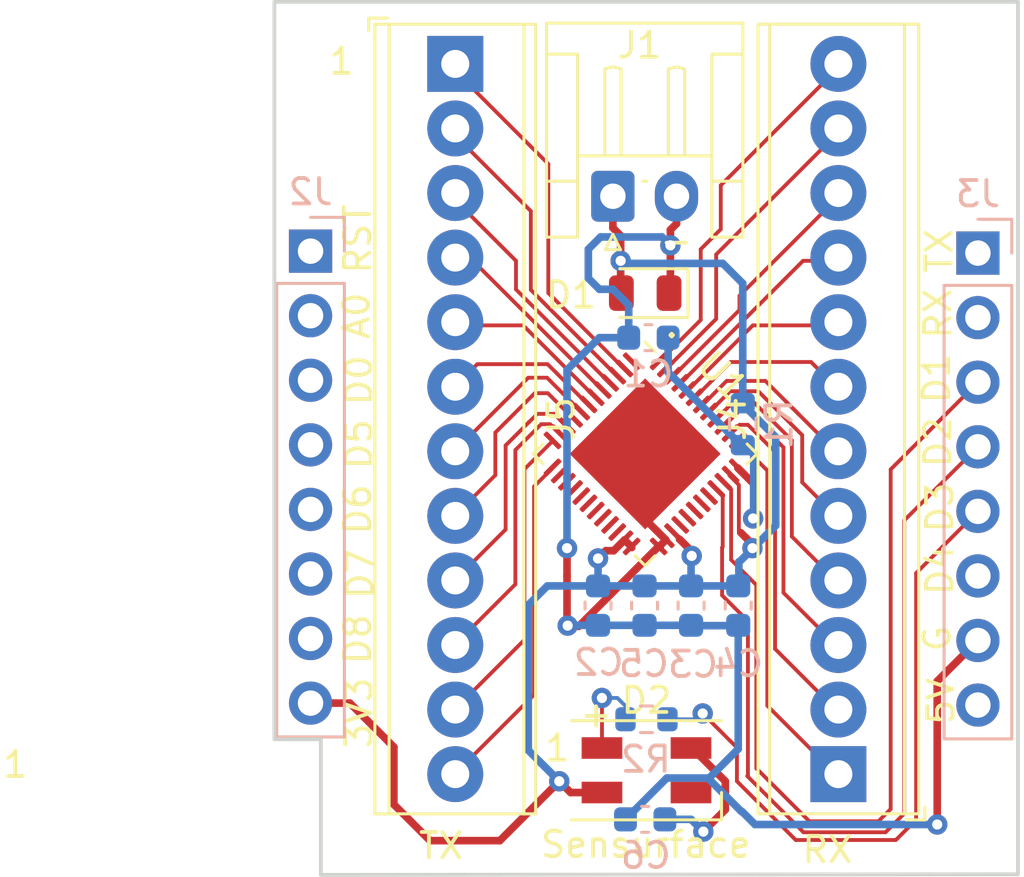
<source format=kicad_pcb>
(kicad_pcb (version 20171130) (host pcbnew "(5.1.10)-1")

  (general
    (thickness 1.6)
    (drawings 30)
    (tracks 289)
    (zones 0)
    (modules 16)
    (nets 60)
  )

  (page A4)
  (layers
    (0 F.Cu signal)
    (31 B.Cu signal)
    (32 B.Adhes user)
    (33 F.Adhes user)
    (34 B.Paste user)
    (35 F.Paste user)
    (36 B.SilkS user)
    (37 F.SilkS user)
    (38 B.Mask user)
    (39 F.Mask user)
    (40 Dwgs.User user)
    (41 Cmts.User user)
    (42 Eco1.User user)
    (43 Eco2.User user)
    (44 Edge.Cuts user)
    (45 Margin user)
    (46 B.CrtYd user)
    (47 F.CrtYd user)
    (48 B.Fab user hide)
    (49 F.Fab user hide)
  )

  (setup
    (last_trace_width 0.3)
    (user_trace_width 0.15)
    (user_trace_width 0.3)
    (trace_clearance 0.05)
    (zone_clearance 0.508)
    (zone_45_only no)
    (trace_min 0.1)
    (via_size 0.8)
    (via_drill 0.4)
    (via_min_size 0.2)
    (via_min_drill 0.3)
    (uvia_size 0.3)
    (uvia_drill 0.1)
    (uvias_allowed no)
    (uvia_min_size 0.1)
    (uvia_min_drill 0.1)
    (edge_width 0.05)
    (segment_width 0.2)
    (pcb_text_width 0.3)
    (pcb_text_size 1.5 1.5)
    (mod_edge_width 0.12)
    (mod_text_size 1 1)
    (mod_text_width 0.15)
    (pad_size 3.5 3.5)
    (pad_drill 0)
    (pad_to_mask_clearance 0)
    (aux_axis_origin 0 0)
    (visible_elements 7FFFFFFF)
    (pcbplotparams
      (layerselection 0x010fc_ffffffff)
      (usegerberextensions true)
      (usegerberattributes false)
      (usegerberadvancedattributes false)
      (creategerberjobfile false)
      (excludeedgelayer true)
      (linewidth 0.150000)
      (plotframeref false)
      (viasonmask false)
      (mode 1)
      (useauxorigin false)
      (hpglpennumber 1)
      (hpglpenspeed 20)
      (hpglpendiameter 15.000000)
      (psnegative false)
      (psa4output false)
      (plotreference true)
      (plotvalue false)
      (plotinvisibletext false)
      (padsonsilk false)
      (subtractmaskfromsilk true)
      (outputformat 1)
      (mirror false)
      (drillshape 0)
      (scaleselection 1)
      (outputdirectory "sensurface_gerbers_2"))
  )

  (net 0 "")
  (net 1 VDDA)
  (net 2 GND)
  (net 3 VCC)
  (net 4 "Net-(C6-Pad1)")
  (net 5 GPIO15)
  (net 6 GPIO13)
  (net 7 GPIO12)
  (net 8 GPIO14)
  (net 9 GPIO16)
  (net 10 ADC0)
  (net 11 RST)
  (net 12 RX12)
  (net 13 RX11)
  (net 14 RX10)
  (net 15 RX9)
  (net 16 RX8)
  (net 17 RX7)
  (net 18 RX6)
  (net 19 RX5)
  (net 20 RX4)
  (net 21 RX3)
  (net 22 RX2)
  (net 23 RX1)
  (net 24 5V)
  (net 25 GPIO2)
  (net 26 GPIO0)
  (net 27 SDA)
  (net 28 GPIO3)
  (net 29 GPIO1)
  (net 30 TX12)
  (net 31 TX11)
  (net 32 TX10)
  (net 33 TX9)
  (net 34 TX8)
  (net 35 TX7)
  (net 36 TX6)
  (net 37 TX5)
  (net 38 TX4)
  (net 39 TX3)
  (net 40 TX2)
  (net 41 TX1)
  (net 42 SDL)
  (net 43 "Net-(U1-Pad32)")
  (net 44 "Net-(U1-Pad31)")
  (net 45 "Net-(U1-Pad30)")
  (net 46 "Net-(U1-Pad29)")
  (net 47 "Net-(U1-Pad28)")
  (net 48 "Net-(U1-Pad22)")
  (net 49 "Net-(U1-Pad21)")
  (net 50 "Net-(U1-Pad20)")
  (net 51 "Net-(U1-Pad19)")
  (net 52 "Net-(U1-Pad18)")
  (net 53 "Net-(U1-Pad17)")
  (net 54 "Net-(U1-Pad16)")
  (net 55 "Net-(U1-Pad15)")
  (net 56 "Net-(U1-Pad14)")
  (net 57 "Net-(U1-Pad1)")
  (net 58 "Net-(D2-Pad1)")
  (net 59 "Net-(D2-Pad3)")

  (net_class Default "This is the default net class."
    (clearance 0.05)
    (trace_width 0.15)
    (via_dia 0.8)
    (via_drill 0.4)
    (uvia_dia 0.3)
    (uvia_drill 0.1)
    (add_net 5V)
    (add_net ADC0)
    (add_net GND)
    (add_net GPIO0)
    (add_net GPIO1)
    (add_net GPIO12)
    (add_net GPIO13)
    (add_net GPIO14)
    (add_net GPIO15)
    (add_net GPIO16)
    (add_net GPIO2)
    (add_net GPIO3)
    (add_net "Net-(C6-Pad1)")
    (add_net "Net-(D2-Pad1)")
    (add_net "Net-(D2-Pad3)")
    (add_net "Net-(U1-Pad1)")
    (add_net "Net-(U1-Pad14)")
    (add_net "Net-(U1-Pad15)")
    (add_net "Net-(U1-Pad16)")
    (add_net "Net-(U1-Pad17)")
    (add_net "Net-(U1-Pad18)")
    (add_net "Net-(U1-Pad19)")
    (add_net "Net-(U1-Pad20)")
    (add_net "Net-(U1-Pad21)")
    (add_net "Net-(U1-Pad22)")
    (add_net "Net-(U1-Pad28)")
    (add_net "Net-(U1-Pad29)")
    (add_net "Net-(U1-Pad30)")
    (add_net "Net-(U1-Pad31)")
    (add_net "Net-(U1-Pad32)")
    (add_net RST)
    (add_net RX1)
    (add_net RX10)
    (add_net RX11)
    (add_net RX12)
    (add_net RX2)
    (add_net RX3)
    (add_net RX4)
    (add_net RX5)
    (add_net RX6)
    (add_net RX7)
    (add_net RX8)
    (add_net RX9)
    (add_net SDA)
    (add_net SDL)
    (add_net TX1)
    (add_net TX10)
    (add_net TX11)
    (add_net TX12)
    (add_net TX2)
    (add_net TX3)
    (add_net TX4)
    (add_net TX5)
    (add_net TX6)
    (add_net TX7)
    (add_net TX8)
    (add_net TX9)
    (add_net VCC)
    (add_net VDDA)
  )

  (module TerminalBlock_Phoenix:TerminalBlock_Phoenix_MPT-0,5-12-2.54_1x12_P2.54mm_Horizontal (layer F.Cu) (tedit 5B294FA3) (tstamp 616134C3)
    (at 108.1024 70.993 270)
    (descr "Terminal Block Phoenix MPT-0,5-12-2.54, 12 pins, pitch 2.54mm, size 30.9x6.2mm^2, drill diamater 1.1mm, pad diameter 2.2mm, see http://www.mouser.com/ds/2/324/ItemDetail_1725672-916605.pdf, script-generated using https://github.com/pointhi/kicad-footprint-generator/scripts/TerminalBlock_Phoenix")
    (tags "THT Terminal Block Phoenix MPT-0,5-12-2.54 pitch 2.54mm size 30.9x6.2mm^2 drill 1.1mm pad 2.2mm")
    (path /616AB37D)
    (fp_text reference J5 (at 13.97 -4.16 90) (layer F.SilkS)
      (effects (font (size 1 1) (thickness 0.15)))
    )
    (fp_text value Conn_01x12_Female (at 13.97 4.16 90) (layer F.Fab)
      (effects (font (size 1 1) (thickness 0.15)))
    )
    (fp_line (start 29.94 -3.6) (end -2 -3.6) (layer F.CrtYd) (width 0.05))
    (fp_line (start 29.94 3.6) (end 29.94 -3.6) (layer F.CrtYd) (width 0.05))
    (fp_line (start -2 3.6) (end 29.94 3.6) (layer F.CrtYd) (width 0.05))
    (fp_line (start -2 -3.6) (end -2 3.6) (layer F.CrtYd) (width 0.05))
    (fp_line (start -1.8 3.4) (end -1.3 3.4) (layer F.SilkS) (width 0.12))
    (fp_line (start -1.8 2.66) (end -1.8 3.4) (layer F.SilkS) (width 0.12))
    (fp_line (start 28.641 -0.835) (end 27.106 0.7) (layer F.Fab) (width 0.1))
    (fp_line (start 28.775 -0.7) (end 27.24 0.835) (layer F.Fab) (width 0.1))
    (fp_line (start 26.101 -0.835) (end 24.566 0.7) (layer F.Fab) (width 0.1))
    (fp_line (start 26.235 -0.7) (end 24.7 0.835) (layer F.Fab) (width 0.1))
    (fp_line (start 23.561 -0.835) (end 22.026 0.7) (layer F.Fab) (width 0.1))
    (fp_line (start 23.695 -0.7) (end 22.16 0.835) (layer F.Fab) (width 0.1))
    (fp_line (start 21.021 -0.835) (end 19.486 0.7) (layer F.Fab) (width 0.1))
    (fp_line (start 21.155 -0.7) (end 19.62 0.835) (layer F.Fab) (width 0.1))
    (fp_line (start 18.481 -0.835) (end 16.946 0.7) (layer F.Fab) (width 0.1))
    (fp_line (start 18.615 -0.7) (end 17.08 0.835) (layer F.Fab) (width 0.1))
    (fp_line (start 15.941 -0.835) (end 14.406 0.7) (layer F.Fab) (width 0.1))
    (fp_line (start 16.075 -0.7) (end 14.54 0.835) (layer F.Fab) (width 0.1))
    (fp_line (start 13.401 -0.835) (end 11.866 0.7) (layer F.Fab) (width 0.1))
    (fp_line (start 13.535 -0.7) (end 12 0.835) (layer F.Fab) (width 0.1))
    (fp_line (start 10.861 -0.835) (end 9.326 0.7) (layer F.Fab) (width 0.1))
    (fp_line (start 10.995 -0.7) (end 9.46 0.835) (layer F.Fab) (width 0.1))
    (fp_line (start 8.321 -0.835) (end 6.786 0.7) (layer F.Fab) (width 0.1))
    (fp_line (start 8.455 -0.7) (end 6.92 0.835) (layer F.Fab) (width 0.1))
    (fp_line (start 5.781 -0.835) (end 4.246 0.7) (layer F.Fab) (width 0.1))
    (fp_line (start 5.915 -0.7) (end 4.38 0.835) (layer F.Fab) (width 0.1))
    (fp_line (start 3.241 -0.835) (end 1.706 0.7) (layer F.Fab) (width 0.1))
    (fp_line (start 3.375 -0.7) (end 1.84 0.835) (layer F.Fab) (width 0.1))
    (fp_line (start 0.701 -0.835) (end -0.835 0.7) (layer F.Fab) (width 0.1))
    (fp_line (start 0.835 -0.7) (end -0.701 0.835) (layer F.Fab) (width 0.1))
    (fp_line (start 29.501 -3.16) (end 29.501 3.16) (layer F.SilkS) (width 0.12))
    (fp_line (start -1.56 -3.16) (end -1.56 3.16) (layer F.SilkS) (width 0.12))
    (fp_line (start -1.56 3.16) (end 29.501 3.16) (layer F.SilkS) (width 0.12))
    (fp_line (start -1.56 -3.16) (end 29.501 -3.16) (layer F.SilkS) (width 0.12))
    (fp_line (start -1.56 -2.7) (end 29.501 -2.7) (layer F.SilkS) (width 0.12))
    (fp_line (start -1.5 -2.7) (end 29.44 -2.7) (layer F.Fab) (width 0.1))
    (fp_line (start -1.56 2.6) (end 29.501 2.6) (layer F.SilkS) (width 0.12))
    (fp_line (start -1.5 2.6) (end 29.44 2.6) (layer F.Fab) (width 0.1))
    (fp_line (start -1.5 2.6) (end -1.5 -3.1) (layer F.Fab) (width 0.1))
    (fp_line (start -1 3.1) (end -1.5 2.6) (layer F.Fab) (width 0.1))
    (fp_line (start 29.44 3.1) (end -1 3.1) (layer F.Fab) (width 0.1))
    (fp_line (start 29.44 -3.1) (end 29.44 3.1) (layer F.Fab) (width 0.1))
    (fp_line (start -1.5 -3.1) (end 29.44 -3.1) (layer F.Fab) (width 0.1))
    (fp_circle (center 27.94 0) (end 29.04 0) (layer F.Fab) (width 0.1))
    (fp_circle (center 25.4 0) (end 26.5 0) (layer F.Fab) (width 0.1))
    (fp_circle (center 22.86 0) (end 23.96 0) (layer F.Fab) (width 0.1))
    (fp_circle (center 20.32 0) (end 21.42 0) (layer F.Fab) (width 0.1))
    (fp_circle (center 17.78 0) (end 18.88 0) (layer F.Fab) (width 0.1))
    (fp_circle (center 15.24 0) (end 16.34 0) (layer F.Fab) (width 0.1))
    (fp_circle (center 12.7 0) (end 13.8 0) (layer F.Fab) (width 0.1))
    (fp_circle (center 10.16 0) (end 11.26 0) (layer F.Fab) (width 0.1))
    (fp_circle (center 7.62 0) (end 8.72 0) (layer F.Fab) (width 0.1))
    (fp_circle (center 5.08 0) (end 6.18 0) (layer F.Fab) (width 0.1))
    (fp_circle (center 2.54 0) (end 3.64 0) (layer F.Fab) (width 0.1))
    (fp_circle (center 0 0) (end 1.1 0) (layer F.Fab) (width 0.1))
    (fp_text user %R (at 13.97 2 90) (layer F.Fab)
      (effects (font (size 1 1) (thickness 0.15)))
    )
    (pad 12 thru_hole circle (at 27.94 0 270) (size 2.2 2.2) (drill 1.1) (layers *.Cu *.Mask)
      (net 30 TX12))
    (pad 11 thru_hole circle (at 25.4 0 270) (size 2.2 2.2) (drill 1.1) (layers *.Cu *.Mask)
      (net 31 TX11))
    (pad 10 thru_hole circle (at 22.86 0 270) (size 2.2 2.2) (drill 1.1) (layers *.Cu *.Mask)
      (net 32 TX10))
    (pad 9 thru_hole circle (at 20.32 0 270) (size 2.2 2.2) (drill 1.1) (layers *.Cu *.Mask)
      (net 33 TX9))
    (pad 8 thru_hole circle (at 17.78 0 270) (size 2.2 2.2) (drill 1.1) (layers *.Cu *.Mask)
      (net 34 TX8))
    (pad 7 thru_hole circle (at 15.24 0 270) (size 2.2 2.2) (drill 1.1) (layers *.Cu *.Mask)
      (net 35 TX7))
    (pad 6 thru_hole circle (at 12.7 0 270) (size 2.2 2.2) (drill 1.1) (layers *.Cu *.Mask)
      (net 36 TX6))
    (pad 5 thru_hole circle (at 10.16 0 270) (size 2.2 2.2) (drill 1.1) (layers *.Cu *.Mask)
      (net 37 TX5))
    (pad 4 thru_hole circle (at 7.62 0 270) (size 2.2 2.2) (drill 1.1) (layers *.Cu *.Mask)
      (net 38 TX4))
    (pad 3 thru_hole circle (at 5.08 0 270) (size 2.2 2.2) (drill 1.1) (layers *.Cu *.Mask)
      (net 39 TX3))
    (pad 2 thru_hole circle (at 2.54 0 270) (size 2.2 2.2) (drill 1.1) (layers *.Cu *.Mask)
      (net 40 TX2))
    (pad 1 thru_hole rect (at 0 0 270) (size 2.2 2.2) (drill 1.1) (layers *.Cu *.Mask)
      (net 41 TX1))
    (model ${KISYS3DMOD}/TerminalBlock_Phoenix.3dshapes/TerminalBlock_Phoenix_MPT-0,5-12-2.54_1x12_P2.54mm_Horizontal.wrl
      (at (xyz 0 0 0))
      (scale (xyz 1 1 1))
      (rotate (xyz 0 0 0))
    )
  )

  (module TerminalBlock_Phoenix:TerminalBlock_Phoenix_MPT-0,5-12-2.54_1x12_P2.54mm_Horizontal (layer F.Cu) (tedit 5B294FA3) (tstamp 6161347B)
    (at 123.1646 98.933 90)
    (descr "Terminal Block Phoenix MPT-0,5-12-2.54, 12 pins, pitch 2.54mm, size 30.9x6.2mm^2, drill diamater 1.1mm, pad diameter 2.2mm, see http://www.mouser.com/ds/2/324/ItemDetail_1725672-916605.pdf, script-generated using https://github.com/pointhi/kicad-footprint-generator/scripts/TerminalBlock_Phoenix")
    (tags "THT Terminal Block Phoenix MPT-0,5-12-2.54 pitch 2.54mm size 30.9x6.2mm^2 drill 1.1mm pad 2.2mm")
    (path /616A8042)
    (fp_text reference J4 (at 13.97 -4.16 90) (layer F.SilkS)
      (effects (font (size 1 1) (thickness 0.15)))
    )
    (fp_text value Conn_01x12_Female (at 13.97 4.16 90) (layer F.Fab)
      (effects (font (size 1 1) (thickness 0.15)))
    )
    (fp_line (start 29.94 -3.6) (end -2 -3.6) (layer F.CrtYd) (width 0.05))
    (fp_line (start 29.94 3.6) (end 29.94 -3.6) (layer F.CrtYd) (width 0.05))
    (fp_line (start -2 3.6) (end 29.94 3.6) (layer F.CrtYd) (width 0.05))
    (fp_line (start -2 -3.6) (end -2 3.6) (layer F.CrtYd) (width 0.05))
    (fp_line (start -1.8 3.4) (end -1.3 3.4) (layer F.SilkS) (width 0.12))
    (fp_line (start -1.8 2.66) (end -1.8 3.4) (layer F.SilkS) (width 0.12))
    (fp_line (start 28.641 -0.835) (end 27.106 0.7) (layer F.Fab) (width 0.1))
    (fp_line (start 28.775 -0.7) (end 27.24 0.835) (layer F.Fab) (width 0.1))
    (fp_line (start 26.101 -0.835) (end 24.566 0.7) (layer F.Fab) (width 0.1))
    (fp_line (start 26.235 -0.7) (end 24.7 0.835) (layer F.Fab) (width 0.1))
    (fp_line (start 23.561 -0.835) (end 22.026 0.7) (layer F.Fab) (width 0.1))
    (fp_line (start 23.695 -0.7) (end 22.16 0.835) (layer F.Fab) (width 0.1))
    (fp_line (start 21.021 -0.835) (end 19.486 0.7) (layer F.Fab) (width 0.1))
    (fp_line (start 21.155 -0.7) (end 19.62 0.835) (layer F.Fab) (width 0.1))
    (fp_line (start 18.481 -0.835) (end 16.946 0.7) (layer F.Fab) (width 0.1))
    (fp_line (start 18.615 -0.7) (end 17.08 0.835) (layer F.Fab) (width 0.1))
    (fp_line (start 15.941 -0.835) (end 14.406 0.7) (layer F.Fab) (width 0.1))
    (fp_line (start 16.075 -0.7) (end 14.54 0.835) (layer F.Fab) (width 0.1))
    (fp_line (start 13.401 -0.835) (end 11.866 0.7) (layer F.Fab) (width 0.1))
    (fp_line (start 13.535 -0.7) (end 12 0.835) (layer F.Fab) (width 0.1))
    (fp_line (start 10.861 -0.835) (end 9.326 0.7) (layer F.Fab) (width 0.1))
    (fp_line (start 10.995 -0.7) (end 9.46 0.835) (layer F.Fab) (width 0.1))
    (fp_line (start 8.321 -0.835) (end 6.786 0.7) (layer F.Fab) (width 0.1))
    (fp_line (start 8.455 -0.7) (end 6.92 0.835) (layer F.Fab) (width 0.1))
    (fp_line (start 5.781 -0.835) (end 4.246 0.7) (layer F.Fab) (width 0.1))
    (fp_line (start 5.915 -0.7) (end 4.38 0.835) (layer F.Fab) (width 0.1))
    (fp_line (start 3.241 -0.835) (end 1.706 0.7) (layer F.Fab) (width 0.1))
    (fp_line (start 3.375 -0.7) (end 1.84 0.835) (layer F.Fab) (width 0.1))
    (fp_line (start 0.701 -0.835) (end -0.835 0.7) (layer F.Fab) (width 0.1))
    (fp_line (start 0.835 -0.7) (end -0.701 0.835) (layer F.Fab) (width 0.1))
    (fp_line (start 29.501 -3.16) (end 29.501 3.16) (layer F.SilkS) (width 0.12))
    (fp_line (start -1.56 -3.16) (end -1.56 3.16) (layer F.SilkS) (width 0.12))
    (fp_line (start -1.56 3.16) (end 29.501 3.16) (layer F.SilkS) (width 0.12))
    (fp_line (start -1.56 -3.16) (end 29.501 -3.16) (layer F.SilkS) (width 0.12))
    (fp_line (start -1.56 -2.7) (end 29.501 -2.7) (layer F.SilkS) (width 0.12))
    (fp_line (start -1.5 -2.7) (end 29.44 -2.7) (layer F.Fab) (width 0.1))
    (fp_line (start -1.56 2.6) (end 29.501 2.6) (layer F.SilkS) (width 0.12))
    (fp_line (start -1.5 2.6) (end 29.44 2.6) (layer F.Fab) (width 0.1))
    (fp_line (start -1.5 2.6) (end -1.5 -3.1) (layer F.Fab) (width 0.1))
    (fp_line (start -1 3.1) (end -1.5 2.6) (layer F.Fab) (width 0.1))
    (fp_line (start 29.44 3.1) (end -1 3.1) (layer F.Fab) (width 0.1))
    (fp_line (start 29.44 -3.1) (end 29.44 3.1) (layer F.Fab) (width 0.1))
    (fp_line (start -1.5 -3.1) (end 29.44 -3.1) (layer F.Fab) (width 0.1))
    (fp_circle (center 27.94 0) (end 29.04 0) (layer F.Fab) (width 0.1))
    (fp_circle (center 25.4 0) (end 26.5 0) (layer F.Fab) (width 0.1))
    (fp_circle (center 22.86 0) (end 23.96 0) (layer F.Fab) (width 0.1))
    (fp_circle (center 20.32 0) (end 21.42 0) (layer F.Fab) (width 0.1))
    (fp_circle (center 17.78 0) (end 18.88 0) (layer F.Fab) (width 0.1))
    (fp_circle (center 15.24 0) (end 16.34 0) (layer F.Fab) (width 0.1))
    (fp_circle (center 12.7 0) (end 13.8 0) (layer F.Fab) (width 0.1))
    (fp_circle (center 10.16 0) (end 11.26 0) (layer F.Fab) (width 0.1))
    (fp_circle (center 7.62 0) (end 8.72 0) (layer F.Fab) (width 0.1))
    (fp_circle (center 5.08 0) (end 6.18 0) (layer F.Fab) (width 0.1))
    (fp_circle (center 2.54 0) (end 3.64 0) (layer F.Fab) (width 0.1))
    (fp_circle (center 0 0) (end 1.1 0) (layer F.Fab) (width 0.1))
    (fp_text user %R (at 13.97 2 90) (layer F.Fab)
      (effects (font (size 1 1) (thickness 0.15)))
    )
    (pad 12 thru_hole circle (at 27.94 0 90) (size 2.2 2.2) (drill 1.1) (layers *.Cu *.Mask)
      (net 12 RX12))
    (pad 11 thru_hole circle (at 25.4 0 90) (size 2.2 2.2) (drill 1.1) (layers *.Cu *.Mask)
      (net 13 RX11))
    (pad 10 thru_hole circle (at 22.86 0 90) (size 2.2 2.2) (drill 1.1) (layers *.Cu *.Mask)
      (net 14 RX10))
    (pad 9 thru_hole circle (at 20.32 0 90) (size 2.2 2.2) (drill 1.1) (layers *.Cu *.Mask)
      (net 15 RX9))
    (pad 8 thru_hole circle (at 17.78 0 90) (size 2.2 2.2) (drill 1.1) (layers *.Cu *.Mask)
      (net 16 RX8))
    (pad 7 thru_hole circle (at 15.24 0 90) (size 2.2 2.2) (drill 1.1) (layers *.Cu *.Mask)
      (net 17 RX7))
    (pad 6 thru_hole circle (at 12.7 0 90) (size 2.2 2.2) (drill 1.1) (layers *.Cu *.Mask)
      (net 18 RX6))
    (pad 5 thru_hole circle (at 10.16 0 90) (size 2.2 2.2) (drill 1.1) (layers *.Cu *.Mask)
      (net 19 RX5))
    (pad 4 thru_hole circle (at 7.62 0 90) (size 2.2 2.2) (drill 1.1) (layers *.Cu *.Mask)
      (net 20 RX4))
    (pad 3 thru_hole circle (at 5.08 0 90) (size 2.2 2.2) (drill 1.1) (layers *.Cu *.Mask)
      (net 21 RX3))
    (pad 2 thru_hole circle (at 2.54 0 90) (size 2.2 2.2) (drill 1.1) (layers *.Cu *.Mask)
      (net 22 RX2))
    (pad 1 thru_hole rect (at 0 0 90) (size 2.2 2.2) (drill 1.1) (layers *.Cu *.Mask)
      (net 23 RX1))
    (model ${KISYS3DMOD}/TerminalBlock_Phoenix.3dshapes/TerminalBlock_Phoenix_MPT-0,5-12-2.54_1x12_P2.54mm_Horizontal.wrl
      (at (xyz 0 0 0))
      (scale (xyz 1 1 1))
      (rotate (xyz 0 0 0))
    )
  )

  (module Package_DFN_QFN:QFN-48-1EP_6x6mm_P0.4mm_EP4.2x4.2mm (layer F.Cu) (tedit 5DC5F6A5) (tstamp 6160F1E2)
    (at 115.567486 86.333949 315)
    (descr "QFN, 48 Pin (https://static.dev.sifive.com/SiFive-FE310-G000-datasheet-v1p5.pdf#page=20), generated with kicad-footprint-generator ipc_noLead_generator.py")
    (tags "QFN NoLead")
    (path /616168EC)
    (attr smd)
    (fp_text reference U1 (at 0 -4.32 135) (layer F.SilkS)
      (effects (font (size 1 1) (thickness 0.15)))
    )
    (fp_text value FT5316DME (at 0 4.32 135) (layer F.Fab)
      (effects (font (size 1 1) (thickness 0.15)))
    )
    (fp_line (start 3.62 -3.62) (end -3.62 -3.62) (layer F.CrtYd) (width 0.05))
    (fp_line (start 3.62 3.62) (end 3.62 -3.62) (layer F.CrtYd) (width 0.05))
    (fp_line (start -3.62 3.62) (end 3.62 3.62) (layer F.CrtYd) (width 0.05))
    (fp_line (start -3.62 -3.62) (end -3.62 3.62) (layer F.CrtYd) (width 0.05))
    (fp_line (start -3 -2) (end -2 -3) (layer F.Fab) (width 0.1))
    (fp_line (start -3 3) (end -3 -2) (layer F.Fab) (width 0.1))
    (fp_line (start 3 3) (end -3 3) (layer F.Fab) (width 0.1))
    (fp_line (start 3 -3) (end 3 3) (layer F.Fab) (width 0.1))
    (fp_line (start -2 -3) (end 3 -3) (layer F.Fab) (width 0.1))
    (fp_line (start -2.56 -3.11) (end -3.11 -3.11) (layer F.SilkS) (width 0.12))
    (fp_line (start 3.11 3.11) (end 3.11 2.56) (layer F.SilkS) (width 0.12))
    (fp_line (start 2.56 3.11) (end 3.11 3.11) (layer F.SilkS) (width 0.12))
    (fp_line (start -3.11 3.11) (end -3.11 2.56) (layer F.SilkS) (width 0.12))
    (fp_line (start -2.56 3.11) (end -3.11 3.11) (layer F.SilkS) (width 0.12))
    (fp_line (start 3.11 -3.11) (end 3.11 -2.56) (layer F.SilkS) (width 0.12))
    (fp_line (start 2.56 -3.11) (end 3.11 -3.11) (layer F.SilkS) (width 0.12))
    (fp_text user %R (at 0 0 135) (layer F.Fab)
      (effects (font (size 1 1) (thickness 0.15)))
    )
    (pad "" smd roundrect (at 1.4 1.4 315) (size 1.13 1.13) (layers F.Paste) (roundrect_rratio 0.221239))
    (pad "" smd roundrect (at 1.4 0 315) (size 1.13 1.13) (layers F.Paste) (roundrect_rratio 0.221239))
    (pad "" smd roundrect (at 1.4 -1.4 315) (size 1.13 1.13) (layers F.Paste) (roundrect_rratio 0.221239))
    (pad "" smd roundrect (at 0 1.4 315) (size 1.13 1.13) (layers F.Paste) (roundrect_rratio 0.221239))
    (pad "" smd roundrect (at 0 0 315) (size 1.13 1.13) (layers F.Paste) (roundrect_rratio 0.221239))
    (pad "" smd roundrect (at 0 -1.4 315) (size 1.13 1.13) (layers F.Paste) (roundrect_rratio 0.221239))
    (pad "" smd roundrect (at -1.4 1.4 315) (size 1.13 1.13) (layers F.Paste) (roundrect_rratio 0.221239))
    (pad "" smd roundrect (at -1.4 0 315) (size 1.13 1.13) (layers F.Paste) (roundrect_rratio 0.221239))
    (pad "" smd roundrect (at -1.4 -1.4 315) (size 1.13 1.13) (layers F.Paste) (roundrect_rratio 0.221239))
    (pad 49 smd rect (at 0 0 315) (size 4.2 4.2) (layers F.Cu F.Mask)
      (net 2 GND))
    (pad 48 smd roundrect (at -2.2 -2.95 315) (size 0.2 0.85) (layers F.Cu F.Paste F.Mask) (roundrect_rratio 0.25)
      (net 12 RX12))
    (pad 47 smd roundrect (at -1.8 -2.95 315) (size 0.2 0.85) (layers F.Cu F.Paste F.Mask) (roundrect_rratio 0.25)
      (net 13 RX11))
    (pad 46 smd roundrect (at -1.4 -2.95 315) (size 0.2 0.85) (layers F.Cu F.Paste F.Mask) (roundrect_rratio 0.25)
      (net 14 RX10))
    (pad 45 smd roundrect (at -1 -2.95 315) (size 0.2 0.85) (layers F.Cu F.Paste F.Mask) (roundrect_rratio 0.25)
      (net 15 RX9))
    (pad 44 smd roundrect (at -0.6 -2.95 315) (size 0.2 0.85) (layers F.Cu F.Paste F.Mask) (roundrect_rratio 0.25)
      (net 16 RX8))
    (pad 43 smd roundrect (at -0.2 -2.95 315) (size 0.2 0.85) (layers F.Cu F.Paste F.Mask) (roundrect_rratio 0.25)
      (net 17 RX7))
    (pad 42 smd roundrect (at 0.2 -2.95 315) (size 0.2 0.85) (layers F.Cu F.Paste F.Mask) (roundrect_rratio 0.25)
      (net 18 RX6))
    (pad 41 smd roundrect (at 0.6 -2.95 315) (size 0.2 0.85) (layers F.Cu F.Paste F.Mask) (roundrect_rratio 0.25)
      (net 19 RX5))
    (pad 40 smd roundrect (at 1 -2.95 315) (size 0.2 0.85) (layers F.Cu F.Paste F.Mask) (roundrect_rratio 0.25)
      (net 20 RX4))
    (pad 39 smd roundrect (at 1.4 -2.95 315) (size 0.2 0.85) (layers F.Cu F.Paste F.Mask) (roundrect_rratio 0.25)
      (net 21 RX3))
    (pad 38 smd roundrect (at 1.8 -2.95 315) (size 0.2 0.85) (layers F.Cu F.Paste F.Mask) (roundrect_rratio 0.25)
      (net 22 RX2))
    (pad 37 smd roundrect (at 2.2 -2.95 315) (size 0.2 0.85) (layers F.Cu F.Paste F.Mask) (roundrect_rratio 0.25)
      (net 23 RX1))
    (pad 36 smd roundrect (at 2.95 -2.2 315) (size 0.85 0.2) (layers F.Cu F.Paste F.Mask) (roundrect_rratio 0.25)
      (net 1 VDDA))
    (pad 35 smd roundrect (at 2.95 -1.8 315) (size 0.85 0.2) (layers F.Cu F.Paste F.Mask) (roundrect_rratio 0.25)
      (net 3 VCC))
    (pad 34 smd roundrect (at 2.95 -1.4 315) (size 0.85 0.2) (layers F.Cu F.Paste F.Mask) (roundrect_rratio 0.25)
      (net 42 SDL))
    (pad 33 smd roundrect (at 2.95 -1 315) (size 0.85 0.2) (layers F.Cu F.Paste F.Mask) (roundrect_rratio 0.25)
      (net 27 SDA))
    (pad 32 smd roundrect (at 2.95 -0.6 315) (size 0.85 0.2) (layers F.Cu F.Paste F.Mask) (roundrect_rratio 0.25)
      (net 43 "Net-(U1-Pad32)"))
    (pad 31 smd roundrect (at 2.95 -0.2 315) (size 0.85 0.2) (layers F.Cu F.Paste F.Mask) (roundrect_rratio 0.25)
      (net 44 "Net-(U1-Pad31)"))
    (pad 30 smd roundrect (at 2.95 0.2 315) (size 0.85 0.2) (layers F.Cu F.Paste F.Mask) (roundrect_rratio 0.25)
      (net 45 "Net-(U1-Pad30)"))
    (pad 29 smd roundrect (at 2.95 0.6 315) (size 0.85 0.2) (layers F.Cu F.Paste F.Mask) (roundrect_rratio 0.25)
      (net 46 "Net-(U1-Pad29)"))
    (pad 28 smd roundrect (at 2.95 1 315) (size 0.85 0.2) (layers F.Cu F.Paste F.Mask) (roundrect_rratio 0.25)
      (net 47 "Net-(U1-Pad28)"))
    (pad 27 smd roundrect (at 2.95 1.4 315) (size 0.85 0.2) (layers F.Cu F.Paste F.Mask) (roundrect_rratio 0.25)
      (net 3 VCC))
    (pad 26 smd roundrect (at 2.95 1.8 315) (size 0.85 0.2) (layers F.Cu F.Paste F.Mask) (roundrect_rratio 0.25)
      (net 2 GND))
    (pad 25 smd roundrect (at 2.95 2.2 315) (size 0.85 0.2) (layers F.Cu F.Paste F.Mask) (roundrect_rratio 0.25)
      (net 2 GND))
    (pad 24 smd roundrect (at 2.2 2.95 315) (size 0.2 0.85) (layers F.Cu F.Paste F.Mask) (roundrect_rratio 0.25)
      (net 3 VCC))
    (pad 23 smd roundrect (at 1.8 2.95 315) (size 0.2 0.85) (layers F.Cu F.Paste F.Mask) (roundrect_rratio 0.25)
      (net 3 VCC))
    (pad 22 smd roundrect (at 1.4 2.95 315) (size 0.2 0.85) (layers F.Cu F.Paste F.Mask) (roundrect_rratio 0.25)
      (net 48 "Net-(U1-Pad22)"))
    (pad 21 smd roundrect (at 1 2.95 315) (size 0.2 0.85) (layers F.Cu F.Paste F.Mask) (roundrect_rratio 0.25)
      (net 49 "Net-(U1-Pad21)"))
    (pad 20 smd roundrect (at 0.6 2.95 315) (size 0.2 0.85) (layers F.Cu F.Paste F.Mask) (roundrect_rratio 0.25)
      (net 50 "Net-(U1-Pad20)"))
    (pad 19 smd roundrect (at 0.2 2.95 315) (size 0.2 0.85) (layers F.Cu F.Paste F.Mask) (roundrect_rratio 0.25)
      (net 51 "Net-(U1-Pad19)"))
    (pad 18 smd roundrect (at -0.2 2.95 315) (size 0.2 0.85) (layers F.Cu F.Paste F.Mask) (roundrect_rratio 0.25)
      (net 52 "Net-(U1-Pad18)"))
    (pad 17 smd roundrect (at -0.6 2.95 315) (size 0.2 0.85) (layers F.Cu F.Paste F.Mask) (roundrect_rratio 0.25)
      (net 53 "Net-(U1-Pad17)"))
    (pad 16 smd roundrect (at -1 2.95 315) (size 0.2 0.85) (layers F.Cu F.Paste F.Mask) (roundrect_rratio 0.25)
      (net 54 "Net-(U1-Pad16)"))
    (pad 15 smd roundrect (at -1.4 2.95 315) (size 0.2 0.85) (layers F.Cu F.Paste F.Mask) (roundrect_rratio 0.25)
      (net 55 "Net-(U1-Pad15)"))
    (pad 14 smd roundrect (at -1.8 2.95 315) (size 0.2 0.85) (layers F.Cu F.Paste F.Mask) (roundrect_rratio 0.25)
      (net 56 "Net-(U1-Pad14)"))
    (pad 13 smd roundrect (at -2.2 2.95 315) (size 0.2 0.85) (layers F.Cu F.Paste F.Mask) (roundrect_rratio 0.25)
      (net 30 TX12))
    (pad 12 smd roundrect (at -2.95 2.2 315) (size 0.85 0.2) (layers F.Cu F.Paste F.Mask) (roundrect_rratio 0.25)
      (net 31 TX11))
    (pad 11 smd roundrect (at -2.95 1.8 315) (size 0.85 0.2) (layers F.Cu F.Paste F.Mask) (roundrect_rratio 0.25)
      (net 32 TX10))
    (pad 10 smd roundrect (at -2.95 1.4 315) (size 0.85 0.2) (layers F.Cu F.Paste F.Mask) (roundrect_rratio 0.25)
      (net 33 TX9))
    (pad 9 smd roundrect (at -2.95 1 315) (size 0.85 0.2) (layers F.Cu F.Paste F.Mask) (roundrect_rratio 0.25)
      (net 34 TX8))
    (pad 8 smd roundrect (at -2.95 0.6 315) (size 0.85 0.2) (layers F.Cu F.Paste F.Mask) (roundrect_rratio 0.25)
      (net 35 TX7))
    (pad 7 smd roundrect (at -2.95 0.2 315) (size 0.85 0.2) (layers F.Cu F.Paste F.Mask) (roundrect_rratio 0.25)
      (net 36 TX6))
    (pad 6 smd roundrect (at -2.95 -0.2 315) (size 0.85 0.2) (layers F.Cu F.Paste F.Mask) (roundrect_rratio 0.25)
      (net 37 TX5))
    (pad 5 smd roundrect (at -2.95 -0.6 315) (size 0.85 0.2) (layers F.Cu F.Paste F.Mask) (roundrect_rratio 0.25)
      (net 38 TX4))
    (pad 4 smd roundrect (at -2.95 -1 315) (size 0.85 0.2) (layers F.Cu F.Paste F.Mask) (roundrect_rratio 0.25)
      (net 39 TX3))
    (pad 3 smd roundrect (at -2.95 -1.4 315) (size 0.85 0.2) (layers F.Cu F.Paste F.Mask) (roundrect_rratio 0.25)
      (net 40 TX2))
    (pad 2 smd roundrect (at -2.95 -1.8 315) (size 0.85 0.2) (layers F.Cu F.Paste F.Mask) (roundrect_rratio 0.25)
      (net 41 TX1))
    (pad 1 smd roundrect (at -2.95 -2.2 315) (size 0.85 0.2) (layers F.Cu F.Paste F.Mask) (roundrect_rratio 0.25)
      (net 57 "Net-(U1-Pad1)"))
    (model ${KISYS3DMOD}/Package_DFN_QFN.3dshapes/QFN-48-1EP_6x6mm_P0.4mm_EP4.2x4.2mm.wrl
      (at (xyz 0 0 0))
      (scale (xyz 1 1 1))
      (rotate (xyz 0 0 0))
    )
  )

  (module LED_SMD:LED_SK6812MINI_PLCC4_3.5x3.5mm_P1.75mm (layer F.Cu) (tedit 5AA4B22F) (tstamp 61607B81)
    (at 115.6208 98.7806)
    (descr https://cdn-shop.adafruit.com/product-files/2686/SK6812MINI_REV.01-1-2.pdf)
    (tags "LED RGB NeoPixel Mini")
    (path /6160D4D5)
    (attr smd)
    (fp_text reference D2 (at 0 -2.75) (layer F.SilkS)
      (effects (font (size 1 1) (thickness 0.15)))
    )
    (fp_text value SK6812MINI (at 0 3.25) (layer F.Fab)
      (effects (font (size 1 1) (thickness 0.15)))
    )
    (fp_circle (center 0 0) (end 0 -1.5) (layer F.Fab) (width 0.1))
    (fp_line (start 2.95 1.95) (end 2.95 0.875) (layer F.SilkS) (width 0.12))
    (fp_line (start -2.95 1.95) (end 2.95 1.95) (layer F.SilkS) (width 0.12))
    (fp_line (start -2.95 -1.95) (end 2.95 -1.95) (layer F.SilkS) (width 0.12))
    (fp_line (start 1.75 -1.75) (end -1.75 -1.75) (layer F.Fab) (width 0.1))
    (fp_line (start 1.75 1.75) (end 1.75 -1.75) (layer F.Fab) (width 0.1))
    (fp_line (start -1.75 1.75) (end 1.75 1.75) (layer F.Fab) (width 0.1))
    (fp_line (start -1.75 -1.75) (end -1.75 1.75) (layer F.Fab) (width 0.1))
    (fp_line (start 1.75 0.75) (end 0.75 1.75) (layer F.Fab) (width 0.1))
    (fp_line (start -2.8 -2) (end -2.8 2) (layer F.CrtYd) (width 0.05))
    (fp_line (start -2.8 2) (end 2.8 2) (layer F.CrtYd) (width 0.05))
    (fp_line (start 2.8 2) (end 2.8 -2) (layer F.CrtYd) (width 0.05))
    (fp_line (start 2.8 -2) (end -2.8 -2) (layer F.CrtYd) (width 0.05))
    (fp_text user %R (at 0 0) (layer F.Fab)
      (effects (font (size 0.5 0.5) (thickness 0.1)))
    )
    (fp_text user 1 (at -3.5 -0.875) (layer F.SilkS)
      (effects (font (size 1 1) (thickness 0.15)))
    )
    (pad 1 smd rect (at -1.75 -0.875) (size 1.6 0.85) (layers F.Cu F.Paste F.Mask)
      (net 58 "Net-(D2-Pad1)"))
    (pad 2 smd rect (at -1.75 0.875) (size 1.6 0.85) (layers F.Cu F.Paste F.Mask)
      (net 3 VCC))
    (pad 4 smd rect (at 1.75 -0.875) (size 1.6 0.85) (layers F.Cu F.Paste F.Mask)
      (net 4 "Net-(C6-Pad1)"))
    (pad 3 smd rect (at 1.75 0.875) (size 1.6 0.85) (layers F.Cu F.Paste F.Mask)
      (net 59 "Net-(D2-Pad3)"))
    (model ${KISYS3DMOD}/LED_SMD.3dshapes/LED_SK6812MINI_PLCC4_3.5x3.5mm_P1.75mm.wrl
      (at (xyz 0 0 0))
      (scale (xyz 1 1 1))
      (rotate (xyz 0 0 0))
    )
  )

  (module Capacitor_SMD:C_0603_1608Metric (layer B.Cu) (tedit 5F68FEEE) (tstamp 611CF22B)
    (at 117.3734 92.3036 270)
    (descr "Capacitor SMD 0603 (1608 Metric), square (rectangular) end terminal, IPC_7351 nominal, (Body size source: IPC-SM-782 page 76, https://www.pcb-3d.com/wordpress/wp-content/uploads/ipc-sm-782a_amendment_1_and_2.pdf), generated with kicad-footprint-generator")
    (tags capacitor)
    (path /611A8CF8)
    (attr smd)
    (fp_text reference C3 (at 2.3114 -0.0762 180) (layer B.SilkS)
      (effects (font (size 1 1) (thickness 0.15)) (justify mirror))
    )
    (fp_text value "1 µF" (at 0 -1.43 90) (layer B.Fab)
      (effects (font (size 1 1) (thickness 0.15)) (justify mirror))
    )
    (fp_line (start -0.8 -0.4) (end -0.8 0.4) (layer B.Fab) (width 0.1))
    (fp_line (start -0.8 0.4) (end 0.8 0.4) (layer B.Fab) (width 0.1))
    (fp_line (start 0.8 0.4) (end 0.8 -0.4) (layer B.Fab) (width 0.1))
    (fp_line (start 0.8 -0.4) (end -0.8 -0.4) (layer B.Fab) (width 0.1))
    (fp_line (start -0.14058 0.51) (end 0.14058 0.51) (layer B.SilkS) (width 0.12))
    (fp_line (start -0.14058 -0.51) (end 0.14058 -0.51) (layer B.SilkS) (width 0.12))
    (fp_line (start -1.48 -0.73) (end -1.48 0.73) (layer B.CrtYd) (width 0.05))
    (fp_line (start -1.48 0.73) (end 1.48 0.73) (layer B.CrtYd) (width 0.05))
    (fp_line (start 1.48 0.73) (end 1.48 -0.73) (layer B.CrtYd) (width 0.05))
    (fp_line (start 1.48 -0.73) (end -1.48 -0.73) (layer B.CrtYd) (width 0.05))
    (fp_text user %R (at 0 0 90) (layer B.Fab)
      (effects (font (size 0.4 0.4) (thickness 0.06)) (justify mirror))
    )
    (pad 2 smd roundrect (at 0.775 0 270) (size 0.9 0.95) (layers B.Cu B.Paste B.Mask) (roundrect_rratio 0.25)
      (net 2 GND))
    (pad 1 smd roundrect (at -0.775 0 270) (size 0.9 0.95) (layers B.Cu B.Paste B.Mask) (roundrect_rratio 0.25)
      (net 3 VCC))
    (model ${KISYS3DMOD}/Capacitor_SMD.3dshapes/C_0603_1608Metric.wrl
      (at (xyz 0 0 0))
      (scale (xyz 1 1 1))
      (rotate (xyz 0 0 0))
    )
  )

  (module Connector_PinHeader_2.54mm:PinHeader_1x08_P2.54mm_Vertical (layer B.Cu) (tedit 59FED5CC) (tstamp 611CF328)
    (at 128.651 78.4352 180)
    (descr "Through hole straight pin header, 1x08, 2.54mm pitch, single row")
    (tags "Through hole pin header THT 1x08 2.54mm single row")
    (path /6105ECCC)
    (fp_text reference J3 (at 0 2.33) (layer B.SilkS)
      (effects (font (size 1 1) (thickness 0.15)) (justify mirror))
    )
    (fp_text value Conn_01x08_MountingPin (at 0 -20.11) (layer B.Fab)
      (effects (font (size 1 1) (thickness 0.15)) (justify mirror))
    )
    (fp_line (start -0.635 1.27) (end 1.27 1.27) (layer B.Fab) (width 0.1))
    (fp_line (start 1.27 1.27) (end 1.27 -19.05) (layer B.Fab) (width 0.1))
    (fp_line (start 1.27 -19.05) (end -1.27 -19.05) (layer B.Fab) (width 0.1))
    (fp_line (start -1.27 -19.05) (end -1.27 0.635) (layer B.Fab) (width 0.1))
    (fp_line (start -1.27 0.635) (end -0.635 1.27) (layer B.Fab) (width 0.1))
    (fp_line (start -1.33 -19.11) (end 1.33 -19.11) (layer B.SilkS) (width 0.12))
    (fp_line (start -1.33 -1.27) (end -1.33 -19.11) (layer B.SilkS) (width 0.12))
    (fp_line (start 1.33 -1.27) (end 1.33 -19.11) (layer B.SilkS) (width 0.12))
    (fp_line (start -1.33 -1.27) (end 1.33 -1.27) (layer B.SilkS) (width 0.12))
    (fp_line (start -1.33 0) (end -1.33 1.33) (layer B.SilkS) (width 0.12))
    (fp_line (start -1.33 1.33) (end 0 1.33) (layer B.SilkS) (width 0.12))
    (fp_line (start -1.8 1.8) (end -1.8 -19.55) (layer B.CrtYd) (width 0.05))
    (fp_line (start -1.8 -19.55) (end 1.8 -19.55) (layer B.CrtYd) (width 0.05))
    (fp_line (start 1.8 -19.55) (end 1.8 1.8) (layer B.CrtYd) (width 0.05))
    (fp_line (start 1.8 1.8) (end -1.8 1.8) (layer B.CrtYd) (width 0.05))
    (fp_text user %R (at 0 -8.89 -90) (layer B.Fab)
      (effects (font (size 1 1) (thickness 0.15)) (justify mirror))
    )
    (pad 8 thru_hole oval (at 0 -17.78 180) (size 1.7 1.7) (drill 1) (layers *.Cu *.Mask)
      (net 24 5V))
    (pad 7 thru_hole oval (at 0 -15.24 180) (size 1.7 1.7) (drill 1) (layers *.Cu *.Mask)
      (net 2 GND))
    (pad 6 thru_hole oval (at 0 -12.7 180) (size 1.7 1.7) (drill 1) (layers *.Cu *.Mask)
      (net 25 GPIO2))
    (pad 5 thru_hole oval (at 0 -10.16 180) (size 1.7 1.7) (drill 1) (layers *.Cu *.Mask)
      (net 26 GPIO0))
    (pad 4 thru_hole oval (at 0 -7.62 180) (size 1.7 1.7) (drill 1) (layers *.Cu *.Mask)
      (net 27 SDA))
    (pad 3 thru_hole oval (at 0 -5.08 180) (size 1.7 1.7) (drill 1) (layers *.Cu *.Mask)
      (net 42 SDL))
    (pad 2 thru_hole oval (at 0 -2.54 180) (size 1.7 1.7) (drill 1) (layers *.Cu *.Mask)
      (net 28 GPIO3))
    (pad 1 thru_hole rect (at 0 0 180) (size 1.7 1.7) (drill 1) (layers *.Cu *.Mask)
      (net 29 GPIO1))
    (model ${KISYS3DMOD}/Connector_PinHeader_2.54mm.3dshapes/PinHeader_1x08_P2.54mm_Vertical.wrl
      (at (xyz 0 0 0))
      (scale (xyz 1 1 1))
      (rotate (xyz 0 0 0))
    )
  )

  (module Connector_JST:JST_EH_S2B-EH_1x02_P2.50mm_Horizontal (layer F.Cu) (tedit 5C281425) (tstamp 611D9981)
    (at 114.3 76.2)
    (descr "JST EH series connector, S2B-EH (http://www.jst-mfg.com/product/pdf/eng/eEH.pdf), generated with kicad-footprint-generator")
    (tags "connector JST EH horizontal")
    (path /612ADC62)
    (fp_text reference J1 (at 1.0414 -5.9436) (layer F.SilkS)
      (effects (font (size 1 1) (thickness 0.15)))
    )
    (fp_text value Conn_01x02 (at 1.25 2.7) (layer F.Fab)
      (effects (font (size 1 1) (thickness 0.15)))
    )
    (fp_line (start -1.5 -0.7) (end -1.5 1.5) (layer F.Fab) (width 0.1))
    (fp_line (start -1.5 1.5) (end -2.5 1.5) (layer F.Fab) (width 0.1))
    (fp_line (start -2.5 1.5) (end -2.5 -6.7) (layer F.Fab) (width 0.1))
    (fp_line (start -2.5 -6.7) (end 5 -6.7) (layer F.Fab) (width 0.1))
    (fp_line (start 5 -6.7) (end 5 1.5) (layer F.Fab) (width 0.1))
    (fp_line (start 5 1.5) (end 4 1.5) (layer F.Fab) (width 0.1))
    (fp_line (start 4 1.5) (end 4 -0.7) (layer F.Fab) (width 0.1))
    (fp_line (start 4 -0.7) (end -1.5 -0.7) (layer F.Fab) (width 0.1))
    (fp_line (start -3 -7.2) (end -3 2) (layer F.CrtYd) (width 0.05))
    (fp_line (start -3 2) (end 5.5 2) (layer F.CrtYd) (width 0.05))
    (fp_line (start 5.5 2) (end 5.5 -7.2) (layer F.CrtYd) (width 0.05))
    (fp_line (start 5.5 -7.2) (end -3 -7.2) (layer F.CrtYd) (width 0.05))
    (fp_line (start -1.39 -0.59) (end -1.39 1.61) (layer F.SilkS) (width 0.12))
    (fp_line (start -1.39 1.61) (end -2.61 1.61) (layer F.SilkS) (width 0.12))
    (fp_line (start -2.61 1.61) (end -2.61 -6.81) (layer F.SilkS) (width 0.12))
    (fp_line (start -2.61 -6.81) (end 5.11 -6.81) (layer F.SilkS) (width 0.12))
    (fp_line (start 5.11 -6.81) (end 5.11 1.61) (layer F.SilkS) (width 0.12))
    (fp_line (start 5.11 1.61) (end 3.89 1.61) (layer F.SilkS) (width 0.12))
    (fp_line (start 3.89 1.61) (end 3.89 -0.59) (layer F.SilkS) (width 0.12))
    (fp_line (start -2.61 -5.59) (end -1.39 -5.59) (layer F.SilkS) (width 0.12))
    (fp_line (start -1.39 -5.59) (end -1.39 -0.59) (layer F.SilkS) (width 0.12))
    (fp_line (start -1.39 -0.59) (end -2.61 -0.59) (layer F.SilkS) (width 0.12))
    (fp_line (start 5.11 -5.59) (end 3.89 -5.59) (layer F.SilkS) (width 0.12))
    (fp_line (start 3.89 -5.59) (end 3.89 -0.59) (layer F.SilkS) (width 0.12))
    (fp_line (start 3.89 -0.59) (end 5.11 -0.59) (layer F.SilkS) (width 0.12))
    (fp_line (start -1.39 -1.59) (end 3.89 -1.59) (layer F.SilkS) (width 0.12))
    (fp_line (start 0 -1.59) (end -0.32 -1.59) (layer F.SilkS) (width 0.12))
    (fp_line (start -0.32 -1.59) (end -0.32 -5.01) (layer F.SilkS) (width 0.12))
    (fp_line (start -0.32 -5.01) (end 0 -5.09) (layer F.SilkS) (width 0.12))
    (fp_line (start 0 -5.09) (end 0.32 -5.01) (layer F.SilkS) (width 0.12))
    (fp_line (start 0.32 -5.01) (end 0.32 -1.59) (layer F.SilkS) (width 0.12))
    (fp_line (start 0.32 -1.59) (end 0 -1.59) (layer F.SilkS) (width 0.12))
    (fp_line (start 1.17 -0.59) (end 1.33 -0.59) (layer F.SilkS) (width 0.12))
    (fp_line (start 2.5 -1.59) (end 2.18 -1.59) (layer F.SilkS) (width 0.12))
    (fp_line (start 2.18 -1.59) (end 2.18 -5.01) (layer F.SilkS) (width 0.12))
    (fp_line (start 2.18 -5.01) (end 2.5 -5.09) (layer F.SilkS) (width 0.12))
    (fp_line (start 2.5 -5.09) (end 2.82 -5.01) (layer F.SilkS) (width 0.12))
    (fp_line (start 2.82 -5.01) (end 2.82 -1.59) (layer F.SilkS) (width 0.12))
    (fp_line (start 2.82 -1.59) (end 2.5 -1.59) (layer F.SilkS) (width 0.12))
    (fp_line (start 0 1.5) (end -0.3 2.1) (layer F.SilkS) (width 0.12))
    (fp_line (start -0.3 2.1) (end 0.3 2.1) (layer F.SilkS) (width 0.12))
    (fp_line (start 0.3 2.1) (end 0 1.5) (layer F.SilkS) (width 0.12))
    (fp_line (start -0.5 -0.7) (end 0 -1.407107) (layer F.Fab) (width 0.1))
    (fp_line (start 0 -1.407107) (end 0.5 -0.7) (layer F.Fab) (width 0.1))
    (fp_text user %R (at 1.4478 -1.651) (layer F.Fab)
      (effects (font (size 1 1) (thickness 0.15)))
    )
    (pad 2 thru_hole oval (at 2.5 0) (size 1.7 2) (drill 1) (layers *.Cu *.Mask)
      (net 2 GND))
    (pad 1 thru_hole roundrect (at 0 0) (size 1.7 2) (drill 1) (layers *.Cu *.Mask) (roundrect_rratio 0.1470588235294118)
      (net 3 VCC))
    (model ${KISYS3DMOD}/Connector_JST.3dshapes/JST_EH_S2B-EH_1x02_P2.50mm_Horizontal.wrl
      (at (xyz 0 0 0))
      (scale (xyz 1 1 1))
      (rotate (xyz 0 0 0))
    )
  )

  (module Resistor_SMD:R_0603_1608Metric (layer B.Cu) (tedit 5F68FEEE) (tstamp 611CF392)
    (at 115.6208 96.774)
    (descr "Resistor SMD 0603 (1608 Metric), square (rectangular) end terminal, IPC_7351 nominal, (Body size source: IPC-SM-782 page 72, https://www.pcb-3d.com/wordpress/wp-content/uploads/ipc-sm-782a_amendment_1_and_2.pdf), generated with kicad-footprint-generator")
    (tags resistor)
    (path /61204ED2)
    (attr smd)
    (fp_text reference R2 (at -0.0254 1.5748) (layer B.SilkS)
      (effects (font (size 1 1) (thickness 0.15)) (justify mirror))
    )
    (fp_text value 470 (at 0 -1.43) (layer B.Fab)
      (effects (font (size 1 1) (thickness 0.15)) (justify mirror))
    )
    (fp_line (start -0.8 -0.4125) (end -0.8 0.4125) (layer B.Fab) (width 0.1))
    (fp_line (start -0.8 0.4125) (end 0.8 0.4125) (layer B.Fab) (width 0.1))
    (fp_line (start 0.8 0.4125) (end 0.8 -0.4125) (layer B.Fab) (width 0.1))
    (fp_line (start 0.8 -0.4125) (end -0.8 -0.4125) (layer B.Fab) (width 0.1))
    (fp_line (start -0.237258 0.5225) (end 0.237258 0.5225) (layer B.SilkS) (width 0.12))
    (fp_line (start -0.237258 -0.5225) (end 0.237258 -0.5225) (layer B.SilkS) (width 0.12))
    (fp_line (start -1.48 -0.73) (end -1.48 0.73) (layer B.CrtYd) (width 0.05))
    (fp_line (start -1.48 0.73) (end 1.48 0.73) (layer B.CrtYd) (width 0.05))
    (fp_line (start 1.48 0.73) (end 1.48 -0.73) (layer B.CrtYd) (width 0.05))
    (fp_line (start 1.48 -0.73) (end -1.48 -0.73) (layer B.CrtYd) (width 0.05))
    (fp_text user %R (at 0 0) (layer B.Fab)
      (effects (font (size 0.4 0.4) (thickness 0.06)) (justify mirror))
    )
    (pad 2 smd roundrect (at 0.825 0) (size 0.8 0.95) (layers B.Cu B.Paste B.Mask) (roundrect_rratio 0.25)
      (net 26 GPIO0))
    (pad 1 smd roundrect (at -0.825 0) (size 0.8 0.95) (layers B.Cu B.Paste B.Mask) (roundrect_rratio 0.25)
      (net 58 "Net-(D2-Pad1)"))
    (model ${KISYS3DMOD}/Resistor_SMD.3dshapes/R_0603_1608Metric.wrl
      (at (xyz 0 0 0))
      (scale (xyz 1 1 1))
      (rotate (xyz 0 0 0))
    )
  )

  (module Resistor_SMD:R_0603_1608Metric (layer B.Cu) (tedit 5F68FEEE) (tstamp 611CF381)
    (at 119.4054 85.1662 90)
    (descr "Resistor SMD 0603 (1608 Metric), square (rectangular) end terminal, IPC_7351 nominal, (Body size source: IPC-SM-782 page 72, https://www.pcb-3d.com/wordpress/wp-content/uploads/ipc-sm-782a_amendment_1_and_2.pdf), generated with kicad-footprint-generator")
    (tags resistor)
    (path /611A7BA4)
    (attr smd)
    (fp_text reference R1 (at 0 1.43 90) (layer B.SilkS)
      (effects (font (size 1 1) (thickness 0.15)) (justify mirror))
    )
    (fp_text value 330 (at 0 -1.43 90) (layer B.Fab)
      (effects (font (size 1 1) (thickness 0.15)) (justify mirror))
    )
    (fp_line (start -0.8 -0.4125) (end -0.8 0.4125) (layer B.Fab) (width 0.1))
    (fp_line (start -0.8 0.4125) (end 0.8 0.4125) (layer B.Fab) (width 0.1))
    (fp_line (start 0.8 0.4125) (end 0.8 -0.4125) (layer B.Fab) (width 0.1))
    (fp_line (start 0.8 -0.4125) (end -0.8 -0.4125) (layer B.Fab) (width 0.1))
    (fp_line (start -0.237258 0.5225) (end 0.237258 0.5225) (layer B.SilkS) (width 0.12))
    (fp_line (start -0.237258 -0.5225) (end 0.237258 -0.5225) (layer B.SilkS) (width 0.12))
    (fp_line (start -1.48 -0.73) (end -1.48 0.73) (layer B.CrtYd) (width 0.05))
    (fp_line (start -1.48 0.73) (end 1.48 0.73) (layer B.CrtYd) (width 0.05))
    (fp_line (start 1.48 0.73) (end 1.48 -0.73) (layer B.CrtYd) (width 0.05))
    (fp_line (start 1.48 -0.73) (end -1.48 -0.73) (layer B.CrtYd) (width 0.05))
    (fp_text user %R (at 0 0 90) (layer B.Fab)
      (effects (font (size 0.4 0.4) (thickness 0.06)) (justify mirror))
    )
    (pad 2 smd roundrect (at 0.825 0 90) (size 0.8 0.95) (layers B.Cu B.Paste B.Mask) (roundrect_rratio 0.25)
      (net 3 VCC))
    (pad 1 smd roundrect (at -0.825 0 90) (size 0.8 0.95) (layers B.Cu B.Paste B.Mask) (roundrect_rratio 0.25)
      (net 1 VDDA))
    (model ${KISYS3DMOD}/Resistor_SMD.3dshapes/R_0603_1608Metric.wrl
      (at (xyz 0 0 0))
      (scale (xyz 1 1 1))
      (rotate (xyz 0 0 0))
    )
  )

  (module Connector_PinHeader_2.54mm:PinHeader_1x08_P2.54mm_Vertical (layer B.Cu) (tedit 59FED5CC) (tstamp 611CF2C4)
    (at 102.4128 78.359 180)
    (descr "Through hole straight pin header, 1x08, 2.54mm pitch, single row")
    (tags "Through hole pin header THT 1x08 2.54mm single row")
    (path /61054E73)
    (fp_text reference J2 (at 0 2.33) (layer B.SilkS)
      (effects (font (size 1 1) (thickness 0.15)) (justify mirror))
    )
    (fp_text value Conn_01x08_MountingPin (at 0 -20.11) (layer B.Fab)
      (effects (font (size 1 1) (thickness 0.15)) (justify mirror))
    )
    (fp_line (start -0.635 1.27) (end 1.27 1.27) (layer B.Fab) (width 0.1))
    (fp_line (start 1.27 1.27) (end 1.27 -19.05) (layer B.Fab) (width 0.1))
    (fp_line (start 1.27 -19.05) (end -1.27 -19.05) (layer B.Fab) (width 0.1))
    (fp_line (start -1.27 -19.05) (end -1.27 0.635) (layer B.Fab) (width 0.1))
    (fp_line (start -1.27 0.635) (end -0.635 1.27) (layer B.Fab) (width 0.1))
    (fp_line (start -1.33 -19.11) (end 1.33 -19.11) (layer B.SilkS) (width 0.12))
    (fp_line (start -1.33 -1.27) (end -1.33 -19.11) (layer B.SilkS) (width 0.12))
    (fp_line (start 1.33 -1.27) (end 1.33 -19.11) (layer B.SilkS) (width 0.12))
    (fp_line (start -1.33 -1.27) (end 1.33 -1.27) (layer B.SilkS) (width 0.12))
    (fp_line (start -1.33 0) (end -1.33 1.33) (layer B.SilkS) (width 0.12))
    (fp_line (start -1.33 1.33) (end 0 1.33) (layer B.SilkS) (width 0.12))
    (fp_line (start -1.8 1.8) (end -1.8 -19.55) (layer B.CrtYd) (width 0.05))
    (fp_line (start -1.8 -19.55) (end 1.8 -19.55) (layer B.CrtYd) (width 0.05))
    (fp_line (start 1.8 -19.55) (end 1.8 1.8) (layer B.CrtYd) (width 0.05))
    (fp_line (start 1.8 1.8) (end -1.8 1.8) (layer B.CrtYd) (width 0.05))
    (fp_text user %R (at 0 -8.89 -90) (layer B.Fab)
      (effects (font (size 1 1) (thickness 0.15)) (justify mirror))
    )
    (pad 8 thru_hole oval (at 0 -17.78 180) (size 1.7 1.7) (drill 1) (layers *.Cu *.Mask)
      (net 3 VCC))
    (pad 7 thru_hole oval (at 0 -15.24 180) (size 1.7 1.7) (drill 1) (layers *.Cu *.Mask)
      (net 5 GPIO15))
    (pad 6 thru_hole oval (at 0 -12.7 180) (size 1.7 1.7) (drill 1) (layers *.Cu *.Mask)
      (net 6 GPIO13))
    (pad 5 thru_hole oval (at 0 -10.16 180) (size 1.7 1.7) (drill 1) (layers *.Cu *.Mask)
      (net 7 GPIO12))
    (pad 4 thru_hole oval (at 0 -7.62 180) (size 1.7 1.7) (drill 1) (layers *.Cu *.Mask)
      (net 8 GPIO14))
    (pad 3 thru_hole oval (at 0 -5.08 180) (size 1.7 1.7) (drill 1) (layers *.Cu *.Mask)
      (net 9 GPIO16))
    (pad 2 thru_hole oval (at 0 -2.54 180) (size 1.7 1.7) (drill 1) (layers *.Cu *.Mask)
      (net 10 ADC0))
    (pad 1 thru_hole rect (at 0 0 180) (size 1.7 1.7) (drill 1) (layers *.Cu *.Mask)
      (net 11 RST))
    (model ${KISYS3DMOD}/Connector_PinHeader_2.54mm.3dshapes/PinHeader_1x08_P2.54mm_Vertical.wrl
      (at (xyz 0 0 0))
      (scale (xyz 1 1 1))
      (rotate (xyz 0 0 0))
    )
  )

  (module LED_SMD:LED_0805_2012Metric (layer F.Cu) (tedit 5F68FEF1) (tstamp 611CF271)
    (at 115.57 80.01 180)
    (descr "LED SMD 0805 (2012 Metric), square (rectangular) end terminal, IPC_7351 nominal, (Body size source: https://docs.google.com/spreadsheets/d/1BsfQQcO9C6DZCsRaXUlFlo91Tg2WpOkGARC1WS5S8t0/edit?usp=sharing), generated with kicad-footprint-generator")
    (tags LED)
    (path /6105850A)
    (attr smd)
    (fp_text reference D1 (at 2.921 -0.0762) (layer F.SilkS)
      (effects (font (size 1 1) (thickness 0.15)))
    )
    (fp_text value GREEN_LED (at 0 1.65) (layer F.Fab)
      (effects (font (size 1 1) (thickness 0.15)))
    )
    (fp_line (start 1 -0.6) (end -0.7 -0.6) (layer F.Fab) (width 0.1))
    (fp_line (start -0.7 -0.6) (end -1 -0.3) (layer F.Fab) (width 0.1))
    (fp_line (start -1 -0.3) (end -1 0.6) (layer F.Fab) (width 0.1))
    (fp_line (start -1 0.6) (end 1 0.6) (layer F.Fab) (width 0.1))
    (fp_line (start 1 0.6) (end 1 -0.6) (layer F.Fab) (width 0.1))
    (fp_line (start 1 -0.96) (end -1.685 -0.96) (layer F.SilkS) (width 0.12))
    (fp_line (start -1.685 -0.96) (end -1.685 0.96) (layer F.SilkS) (width 0.12))
    (fp_line (start -1.685 0.96) (end 1 0.96) (layer F.SilkS) (width 0.12))
    (fp_line (start -1.68 0.95) (end -1.68 -0.95) (layer F.CrtYd) (width 0.05))
    (fp_line (start -1.68 -0.95) (end 1.68 -0.95) (layer F.CrtYd) (width 0.05))
    (fp_line (start 1.68 -0.95) (end 1.68 0.95) (layer F.CrtYd) (width 0.05))
    (fp_line (start 1.68 0.95) (end -1.68 0.95) (layer F.CrtYd) (width 0.05))
    (fp_text user %R (at 0 0) (layer F.Fab)
      (effects (font (size 0.5 0.5) (thickness 0.08)))
    )
    (pad 2 smd roundrect (at 0.9375 0 180) (size 0.975 1.4) (layers F.Cu F.Paste F.Mask) (roundrect_rratio 0.25)
      (net 3 VCC))
    (pad 1 smd roundrect (at -0.9375 0 180) (size 0.975 1.4) (layers F.Cu F.Paste F.Mask) (roundrect_rratio 0.25)
      (net 2 GND))
    (model ${KISYS3DMOD}/LED_SMD.3dshapes/LED_0805_2012Metric.wrl
      (at (xyz 0 0 0))
      (scale (xyz 1 1 1))
      (rotate (xyz 0 0 0))
    )
  )

  (module Capacitor_SMD:C_0603_1608Metric (layer B.Cu) (tedit 5F68FEEE) (tstamp 611CF25E)
    (at 115.57 100.711 180)
    (descr "Capacitor SMD 0603 (1608 Metric), square (rectangular) end terminal, IPC_7351 nominal, (Body size source: IPC-SM-782 page 76, https://www.pcb-3d.com/wordpress/wp-content/uploads/ipc-sm-782a_amendment_1_and_2.pdf), generated with kicad-footprint-generator")
    (tags capacitor)
    (path /6120B325)
    (attr smd)
    (fp_text reference C6 (at -0.0254 -1.4224) (layer B.SilkS)
      (effects (font (size 1 1) (thickness 0.15)) (justify mirror))
    )
    (fp_text value C_Small (at 0 -1.43) (layer B.Fab)
      (effects (font (size 1 1) (thickness 0.15)) (justify mirror))
    )
    (fp_line (start -0.8 -0.4) (end -0.8 0.4) (layer B.Fab) (width 0.1))
    (fp_line (start -0.8 0.4) (end 0.8 0.4) (layer B.Fab) (width 0.1))
    (fp_line (start 0.8 0.4) (end 0.8 -0.4) (layer B.Fab) (width 0.1))
    (fp_line (start 0.8 -0.4) (end -0.8 -0.4) (layer B.Fab) (width 0.1))
    (fp_line (start -0.14058 0.51) (end 0.14058 0.51) (layer B.SilkS) (width 0.12))
    (fp_line (start -0.14058 -0.51) (end 0.14058 -0.51) (layer B.SilkS) (width 0.12))
    (fp_line (start -1.48 -0.73) (end -1.48 0.73) (layer B.CrtYd) (width 0.05))
    (fp_line (start -1.48 0.73) (end 1.48 0.73) (layer B.CrtYd) (width 0.05))
    (fp_line (start 1.48 0.73) (end 1.48 -0.73) (layer B.CrtYd) (width 0.05))
    (fp_line (start 1.48 -0.73) (end -1.48 -0.73) (layer B.CrtYd) (width 0.05))
    (fp_text user %R (at 0 -0.79) (layer B.Fab)
      (effects (font (size 0.4 0.4) (thickness 0.06)) (justify mirror))
    )
    (pad 2 smd roundrect (at 0.775 0 180) (size 0.9 0.95) (layers B.Cu B.Paste B.Mask) (roundrect_rratio 0.25)
      (net 2 GND))
    (pad 1 smd roundrect (at -0.775 0 180) (size 0.9 0.95) (layers B.Cu B.Paste B.Mask) (roundrect_rratio 0.25)
      (net 4 "Net-(C6-Pad1)"))
    (model ${KISYS3DMOD}/Capacitor_SMD.3dshapes/C_0603_1608Metric.wrl
      (at (xyz 0 0 0))
      (scale (xyz 1 1 1))
      (rotate (xyz 0 0 0))
    )
  )

  (module Capacitor_SMD:C_0603_1608Metric (layer B.Cu) (tedit 5F68FEEE) (tstamp 611CF24D)
    (at 115.5446 92.3036 90)
    (descr "Capacitor SMD 0603 (1608 Metric), square (rectangular) end terminal, IPC_7351 nominal, (Body size source: IPC-SM-782 page 76, https://www.pcb-3d.com/wordpress/wp-content/uploads/ipc-sm-782a_amendment_1_and_2.pdf), generated with kicad-footprint-generator")
    (tags capacitor)
    (path /611A937C)
    (attr smd)
    (fp_text reference C5 (at -2.286 -0.0254 180) (layer B.SilkS)
      (effects (font (size 1 1) (thickness 0.15)) (justify mirror))
    )
    (fp_text value "1 µF" (at 0 -1.43 90) (layer B.Fab)
      (effects (font (size 1 1) (thickness 0.15)) (justify mirror))
    )
    (fp_line (start -0.8 -0.4) (end -0.8 0.4) (layer B.Fab) (width 0.1))
    (fp_line (start -0.8 0.4) (end 0.8 0.4) (layer B.Fab) (width 0.1))
    (fp_line (start 0.8 0.4) (end 0.8 -0.4) (layer B.Fab) (width 0.1))
    (fp_line (start 0.8 -0.4) (end -0.8 -0.4) (layer B.Fab) (width 0.1))
    (fp_line (start -0.14058 0.51) (end 0.14058 0.51) (layer B.SilkS) (width 0.12))
    (fp_line (start -0.14058 -0.51) (end 0.14058 -0.51) (layer B.SilkS) (width 0.12))
    (fp_line (start -1.48 -0.73) (end -1.48 0.73) (layer B.CrtYd) (width 0.05))
    (fp_line (start -1.48 0.73) (end 1.48 0.73) (layer B.CrtYd) (width 0.05))
    (fp_line (start 1.48 0.73) (end 1.48 -0.73) (layer B.CrtYd) (width 0.05))
    (fp_line (start 1.48 -0.73) (end -1.48 -0.73) (layer B.CrtYd) (width 0.05))
    (fp_text user %R (at 0 0 90) (layer B.Fab)
      (effects (font (size 0.4 0.4) (thickness 0.06)) (justify mirror))
    )
    (pad 2 smd roundrect (at 0.775 0 90) (size 0.9 0.95) (layers B.Cu B.Paste B.Mask) (roundrect_rratio 0.25)
      (net 3 VCC))
    (pad 1 smd roundrect (at -0.775 0 90) (size 0.9 0.95) (layers B.Cu B.Paste B.Mask) (roundrect_rratio 0.25)
      (net 2 GND))
    (model ${KISYS3DMOD}/Capacitor_SMD.3dshapes/C_0603_1608Metric.wrl
      (at (xyz 0 0 0))
      (scale (xyz 1 1 1))
      (rotate (xyz 0 0 0))
    )
  )

  (module Capacitor_SMD:C_0603_1608Metric (layer B.Cu) (tedit 5F68FEEE) (tstamp 611CF23C)
    (at 119.2276 92.3036 270)
    (descr "Capacitor SMD 0603 (1608 Metric), square (rectangular) end terminal, IPC_7351 nominal, (Body size source: IPC-SM-782 page 76, https://www.pcb-3d.com/wordpress/wp-content/uploads/ipc-sm-782a_amendment_1_and_2.pdf), generated with kicad-footprint-generator")
    (tags capacitor)
    (path /611A8161)
    (attr smd)
    (fp_text reference C4 (at 2.286 0 180) (layer B.SilkS)
      (effects (font (size 1 1) (thickness 0.15)) (justify mirror))
    )
    (fp_text value "1 µF" (at 0 -1.43 90) (layer B.Fab)
      (effects (font (size 1 1) (thickness 0.15)) (justify mirror))
    )
    (fp_line (start -0.8 -0.4) (end -0.8 0.4) (layer B.Fab) (width 0.1))
    (fp_line (start -0.8 0.4) (end 0.8 0.4) (layer B.Fab) (width 0.1))
    (fp_line (start 0.8 0.4) (end 0.8 -0.4) (layer B.Fab) (width 0.1))
    (fp_line (start 0.8 -0.4) (end -0.8 -0.4) (layer B.Fab) (width 0.1))
    (fp_line (start -0.14058 0.51) (end 0.14058 0.51) (layer B.SilkS) (width 0.12))
    (fp_line (start -0.14058 -0.51) (end 0.14058 -0.51) (layer B.SilkS) (width 0.12))
    (fp_line (start -1.48 -0.73) (end -1.48 0.73) (layer B.CrtYd) (width 0.05))
    (fp_line (start -1.48 0.73) (end 1.48 0.73) (layer B.CrtYd) (width 0.05))
    (fp_line (start 1.48 0.73) (end 1.48 -0.73) (layer B.CrtYd) (width 0.05))
    (fp_line (start 1.48 -0.73) (end -1.48 -0.73) (layer B.CrtYd) (width 0.05))
    (fp_text user %R (at 0 0 90) (layer B.Fab)
      (effects (font (size 0.4 0.4) (thickness 0.06)) (justify mirror))
    )
    (pad 2 smd roundrect (at 0.775 0 270) (size 0.9 0.95) (layers B.Cu B.Paste B.Mask) (roundrect_rratio 0.25)
      (net 2 GND))
    (pad 1 smd roundrect (at -0.775 0 270) (size 0.9 0.95) (layers B.Cu B.Paste B.Mask) (roundrect_rratio 0.25)
      (net 3 VCC))
    (model ${KISYS3DMOD}/Capacitor_SMD.3dshapes/C_0603_1608Metric.wrl
      (at (xyz 0 0 0))
      (scale (xyz 1 1 1))
      (rotate (xyz 0 0 0))
    )
  )

  (module Capacitor_SMD:C_0603_1608Metric (layer B.Cu) (tedit 5F68FEEE) (tstamp 611CF21A)
    (at 113.7158 92.3036 90)
    (descr "Capacitor SMD 0603 (1608 Metric), square (rectangular) end terminal, IPC_7351 nominal, (Body size source: IPC-SM-782 page 76, https://www.pcb-3d.com/wordpress/wp-content/uploads/ipc-sm-782a_amendment_1_and_2.pdf), generated with kicad-footprint-generator")
    (tags capacitor)
    (path /611A91E7)
    (attr smd)
    (fp_text reference C2 (at -2.2352 0.0254 180) (layer B.SilkS)
      (effects (font (size 1 1) (thickness 0.15)) (justify mirror))
    )
    (fp_text value "1 µF" (at 0 -1.43 90) (layer B.Fab)
      (effects (font (size 1 1) (thickness 0.15)) (justify mirror))
    )
    (fp_line (start -0.8 -0.4) (end -0.8 0.4) (layer B.Fab) (width 0.1))
    (fp_line (start -0.8 0.4) (end 0.8 0.4) (layer B.Fab) (width 0.1))
    (fp_line (start 0.8 0.4) (end 0.8 -0.4) (layer B.Fab) (width 0.1))
    (fp_line (start 0.8 -0.4) (end -0.8 -0.4) (layer B.Fab) (width 0.1))
    (fp_line (start -0.14058 0.51) (end 0.14058 0.51) (layer B.SilkS) (width 0.12))
    (fp_line (start -0.14058 -0.51) (end 0.14058 -0.51) (layer B.SilkS) (width 0.12))
    (fp_line (start -1.48 -0.73) (end -1.48 0.73) (layer B.CrtYd) (width 0.05))
    (fp_line (start -1.48 0.73) (end 1.48 0.73) (layer B.CrtYd) (width 0.05))
    (fp_line (start 1.48 0.73) (end 1.48 -0.73) (layer B.CrtYd) (width 0.05))
    (fp_line (start 1.48 -0.73) (end -1.48 -0.73) (layer B.CrtYd) (width 0.05))
    (fp_text user %R (at 0 0 90) (layer B.Fab)
      (effects (font (size 0.4 0.4) (thickness 0.06)) (justify mirror))
    )
    (pad 2 smd roundrect (at 0.775 0 90) (size 0.9 0.95) (layers B.Cu B.Paste B.Mask) (roundrect_rratio 0.25)
      (net 3 VCC))
    (pad 1 smd roundrect (at -0.775 0 90) (size 0.9 0.95) (layers B.Cu B.Paste B.Mask) (roundrect_rratio 0.25)
      (net 2 GND))
    (model ${KISYS3DMOD}/Capacitor_SMD.3dshapes/C_0603_1608Metric.wrl
      (at (xyz 0 0 0))
      (scale (xyz 1 1 1))
      (rotate (xyz 0 0 0))
    )
  )

  (module Capacitor_SMD:C_0603_1608Metric (layer B.Cu) (tedit 5F68FEEE) (tstamp 611CF209)
    (at 115.697 81.7626)
    (descr "Capacitor SMD 0603 (1608 Metric), square (rectangular) end terminal, IPC_7351 nominal, (Body size source: IPC-SM-782 page 76, https://www.pcb-3d.com/wordpress/wp-content/uploads/ipc-sm-782a_amendment_1_and_2.pdf), generated with kicad-footprint-generator")
    (tags capacitor)
    (path /611A8EB3)
    (attr smd)
    (fp_text reference C1 (at 0 1.43) (layer B.SilkS)
      (effects (font (size 1 1) (thickness 0.15)) (justify mirror))
    )
    (fp_text value "1 µF" (at 0 -1.43) (layer B.Fab)
      (effects (font (size 1 1) (thickness 0.15)) (justify mirror))
    )
    (fp_line (start -0.8 -0.4) (end -0.8 0.4) (layer B.Fab) (width 0.1))
    (fp_line (start -0.8 0.4) (end 0.8 0.4) (layer B.Fab) (width 0.1))
    (fp_line (start 0.8 0.4) (end 0.8 -0.4) (layer B.Fab) (width 0.1))
    (fp_line (start 0.8 -0.4) (end -0.8 -0.4) (layer B.Fab) (width 0.1))
    (fp_line (start -0.14058 0.51) (end 0.14058 0.51) (layer B.SilkS) (width 0.12))
    (fp_line (start -0.14058 -0.51) (end 0.14058 -0.51) (layer B.SilkS) (width 0.12))
    (fp_line (start -1.48 -0.73) (end -1.48 0.73) (layer B.CrtYd) (width 0.05))
    (fp_line (start -1.48 0.73) (end 1.48 0.73) (layer B.CrtYd) (width 0.05))
    (fp_line (start 1.48 0.73) (end 1.48 -0.73) (layer B.CrtYd) (width 0.05))
    (fp_line (start 1.48 -0.73) (end -1.48 -0.73) (layer B.CrtYd) (width 0.05))
    (fp_text user %R (at 0 0) (layer B.Fab)
      (effects (font (size 0.4 0.4) (thickness 0.06)) (justify mirror))
    )
    (pad 2 smd roundrect (at 0.775 0) (size 0.9 0.95) (layers B.Cu B.Paste B.Mask) (roundrect_rratio 0.25)
      (net 1 VDDA))
    (pad 1 smd roundrect (at -0.775 0) (size 0.9 0.95) (layers B.Cu B.Paste B.Mask) (roundrect_rratio 0.25)
      (net 2 GND))
    (model ${KISYS3DMOD}/Capacitor_SMD.3dshapes/C_0603_1608Metric.wrl
      (at (xyz 0 0 0))
      (scale (xyz 1 1 1))
      (rotate (xyz 0 0 0))
    )
  )

  (gr_text Sensurface (at 115.5954 101.7016) (layer F.SilkS)
    (effects (font (size 1 1) (thickness 0.15)))
  )
  (gr_line (start 102.8192 97.5614) (end 100.9904 97.5614) (layer Edge.Cuts) (width 0.15))
  (gr_line (start 102.8192 97.5614) (end 102.8192 102.8954) (layer Edge.Cuts) (width 0.15))
  (gr_text + (at 113.6396 96.5708) (layer F.SilkS)
    (effects (font (size 1 1) (thickness 0.15)))
  )
  (gr_text 1 (at 90.805 98.552) (layer F.SilkS)
    (effects (font (size 1 1) (thickness 0.15)))
  )
  (gr_text 1 (at 103.632 70.8914) (layer F.SilkS)
    (effects (font (size 1 1) (thickness 0.15)))
  )
  (gr_text RST (at 104.267 77.8764 90) (layer F.SilkS)
    (effects (font (size 1 1) (thickness 0.15)))
  )
  (gr_text - (at 116.7892 77.9526) (layer F.SilkS)
    (effects (font (size 1 1) (thickness 0.15)))
  )
  (gr_text A0 (at 104.2162 80.899 90) (layer F.SilkS)
    (effects (font (size 1 1) (thickness 0.15)))
  )
  (gr_text D0 (at 104.3178 83.439 90) (layer F.SilkS)
    (effects (font (size 1 1) (thickness 0.15)))
  )
  (gr_text D5 (at 104.3178 85.9536 90) (layer F.SilkS)
    (effects (font (size 1 1) (thickness 0.15)))
  )
  (gr_text D6 (at 104.267 88.519 90) (layer F.SilkS)
    (effects (font (size 1 1) (thickness 0.15)))
  )
  (gr_text D7 (at 104.3686 91.059 90) (layer F.SilkS)
    (effects (font (size 1 1) (thickness 0.15)))
  )
  (gr_text D8 (at 104.267 93.6244 90) (layer F.SilkS)
    (effects (font (size 1 1) (thickness 0.15)))
  )
  (gr_text 3V3 (at 104.3178 96.52 90) (layer F.SilkS)
    (effects (font (size 1 1) (thickness 0.15)))
  )
  (gr_text 5V (at 127.2032 96.0628 90) (layer F.SilkS)
    (effects (font (size 1 1) (thickness 0.15)))
  )
  (gr_text G (at 127.0508 93.599 90) (layer F.SilkS)
    (effects (font (size 1 1) (thickness 0.15)))
  )
  (gr_text D4 (at 127.1524 90.9066 90) (layer F.SilkS)
    (effects (font (size 1 1) (thickness 0.15)))
  )
  (gr_text D3 (at 127.1524 88.4428 90) (layer F.SilkS)
    (effects (font (size 1 1) (thickness 0.15)))
  )
  (gr_text D2 (at 127.0762 85.8774 90) (layer F.SilkS)
    (effects (font (size 1 1) (thickness 0.15)))
  )
  (gr_text D1 (at 127.0254 83.3628 90) (layer F.SilkS)
    (effects (font (size 1 1) (thickness 0.15)))
  )
  (gr_text RX (at 127.0762 80.8228 90) (layer F.SilkS)
    (effects (font (size 1 1) (thickness 0.15)))
  )
  (gr_text TX (at 127.127 78.359 90) (layer F.SilkS)
    (effects (font (size 1 1) (thickness 0.15)))
  )
  (gr_text . (at 116.6114 81.2546) (layer F.SilkS)
    (effects (font (size 1 1) (thickness 0.15)))
  )
  (gr_text TX (at 107.5436 101.7524) (layer F.SilkS)
    (effects (font (size 1 1) (thickness 0.15)))
  )
  (gr_text RX (at 122.7328 101.9048) (layer F.SilkS)
    (effects (font (size 1 1) (thickness 0.15)))
  )
  (gr_line (start 100.9904 68.5546) (end 100.9904 97.5614) (layer Edge.Cuts) (width 0.15) (tstamp 60FF47F2))
  (gr_line (start 130.2258 68.5546) (end 100.9904 68.5546) (layer Edge.Cuts) (width 0.15))
  (gr_line (start 130.2258 102.87) (end 130.2258 68.5546) (layer Edge.Cuts) (width 0.15))
  (gr_line (start 102.8192 102.8954) (end 130.2258 102.87) (layer Edge.Cuts) (width 0.15))

  (segment (start 119.4054 85.9912) (end 119.4054 86.0298) (width 0.15) (layer B.Cu) (net 1))
  (segment (start 119.4054 85.9912) (end 119.4176 85.9912) (width 0.15) (layer B.Cu) (net 1))
  (segment (start 119.7102 88.646) (end 119.7102 88.646) (width 0.15) (layer B.Cu) (net 1) (tstamp 611FA9BB))
  (via (at 119.8118 88.8746) (size 0.8) (drill 0.4) (layers F.Cu B.Cu) (net 1))
  (segment (start 119.4054 85.9912) (end 119.4684 85.9912) (width 0.3) (layer B.Cu) (net 1))
  (segment (start 119.8372 86.36) (end 119.8372 88.8746) (width 0.3) (layer B.Cu) (net 1))
  (segment (start 119.4684 85.9912) (end 119.8372 86.36) (width 0.3) (layer B.Cu) (net 1))
  (segment (start 116.472 81.7626) (end 116.472 83.1212) (width 0.3) (layer B.Cu) (net 1))
  (segment (start 119.342 85.9912) (end 119.4054 85.9912) (width 0.3) (layer B.Cu) (net 1))
  (segment (start 116.472 83.1212) (end 119.342 85.9912) (width 0.3) (layer B.Cu) (net 1))
  (segment (start 119.8372 88.8746) (end 119.8372 87.51593) (width 0.3) (layer F.Cu) (net 1))
  (segment (start 119.8372 87.51593) (end 119.2116 86.89033) (width 0.3) (layer F.Cu) (net 1))
  (segment (start 116.8 79.7175) (end 116.5075 80.01) (width 0.25) (layer F.Cu) (net 2))
  (via (at 116.5606 78.1304) (size 0.8) (drill 0.4) (layers F.Cu B.Cu) (net 2))
  (segment (start 114.795 100.711) (end 114.795 100.343) (width 0.15) (layer B.Cu) (net 2))
  (via (at 112.522 93.091) (size 0.8) (drill 0.4) (layers F.Cu B.Cu) (net 2))
  (segment (start 112.522 90.043) (end 112.522 90.043) (width 0.15) (layer F.Cu) (net 2) (tstamp 611F8EC8))
  (via (at 112.4966 90.043) (size 0.8) (drill 0.4) (layers F.Cu B.Cu) (net 2))
  (segment (start 114.922 81.7626) (end 114.922 81.6232) (width 0.15) (layer B.Cu) (net 2))
  (segment (start 114.795 100.711) (end 116.4206 99.0854) (width 0.3) (layer B.Cu) (net 2))
  (segment (start 116.4206 99.0854) (end 118.0846 99.0854) (width 0.3) (layer B.Cu) (net 2))
  (segment (start 117.2718 93.0786) (end 117.4242 92.9262) (width 0.3) (layer B.Cu) (net 2))
  (segment (start 115.5446 93.0786) (end 117.2718 93.0786) (width 0.3) (layer B.Cu) (net 2))
  (segment (start 117.4496 93.091) (end 119.126 93.091) (width 0.3) (layer B.Cu) (net 2))
  (segment (start 114.922 81.7626) (end 113.7666 81.7626) (width 0.3) (layer B.Cu) (net 2))
  (segment (start 113.7666 81.7626) (end 112.4966 83.0326) (width 0.3) (layer B.Cu) (net 2))
  (segment (start 112.4966 90.0176) (end 112.522 90.043) (width 0.3) (layer B.Cu) (net 2))
  (segment (start 112.4966 83.0326) (end 112.4966 90.0176) (width 0.3) (layer B.Cu) (net 2))
  (segment (start 114.922 81.7626) (end 114.922 80.4796) (width 0.3) (layer B.Cu) (net 2))
  (segment (start 114.922 80.4796) (end 114.3 79.8576) (width 0.3) (layer B.Cu) (net 2))
  (segment (start 114.3 79.8576) (end 113.7666 79.8576) (width 0.3) (layer B.Cu) (net 2))
  (segment (start 113.7666 79.8576) (end 113.3348 79.4258) (width 0.3) (layer B.Cu) (net 2))
  (segment (start 113.3348 79.4258) (end 113.3348 78.2828) (width 0.3) (layer B.Cu) (net 2))
  (segment (start 113.3348 78.2828) (end 113.8174 77.8002) (width 0.3) (layer B.Cu) (net 2))
  (segment (start 116.2304 77.8002) (end 116.5606 78.1304) (width 0.3) (layer B.Cu) (net 2))
  (segment (start 113.8174 77.8002) (end 116.2304 77.8002) (width 0.3) (layer B.Cu) (net 2))
  (segment (start 116.10033 90.0016) (end 116.383173 89.718757) (width 0.3) (layer F.Cu) (net 2))
  (segment (start 116.10033 90.0016) (end 116.1636 90.0016) (width 0.3) (layer F.Cu) (net 2))
  (segment (start 116.383173 89.718757) (end 115.57 88.905584) (width 0.3) (layer F.Cu) (net 2))
  (segment (start 115.57 88.905584) (end 115.57 86.36) (width 0.3) (layer F.Cu) (net 2))
  (segment (start 115.5446 93.0786) (end 113.7158 93.0786) (width 0.3) (layer B.Cu) (net 2))
  (segment (start 113.7158 93.0786) (end 113.7158 93.218) (width 0.3) (layer B.Cu) (net 2))
  (segment (start 112.4966 90.0176) (end 112.4966 91.1352) (width 0.3) (layer F.Cu) (net 2))
  (segment (start 112.4074 93.0786) (end 112.3188 93.1672) (width 0.3) (layer B.Cu) (net 2))
  (segment (start 113.7158 93.0786) (end 112.4074 93.0786) (width 0.3) (layer B.Cu) (net 2))
  (segment (start 112.4966 91.1352) (end 112.4966 93.091) (width 0.3) (layer F.Cu) (net 2))
  (segment (start 112.956965 93.1164) (end 116.097816 89.975549) (width 0.3) (layer F.Cu) (net 2))
  (segment (start 112.3188 93.1164) (end 112.956965 93.1164) (width 0.3) (layer F.Cu) (net 2))
  (segment (start 119.3292 93.1802) (end 119.2276 93.0786) (width 0.3) (layer B.Cu) (net 2))
  (segment (start 119.2276 97.9424) (end 118.0846 99.0854) (width 0.3) (layer B.Cu) (net 2))
  (segment (start 119.2276 93.0786) (end 119.2276 97.9424) (width 0.3) (layer B.Cu) (net 2))
  (segment (start 118.0846 99.0854) (end 118.0846 99.1108) (width 0.3) (layer B.Cu) (net 2))
  (segment (start 118.0846 99.1108) (end 118.0846 99.1362) (width 0.3) (layer B.Cu) (net 2))
  (segment (start 118.0846 99.1362) (end 119.3546 100.4062) (width 0.3) (layer B.Cu) (net 2))
  (segment (start 119.3546 100.4062) (end 119.38 100.4062) (width 0.3) (layer B.Cu) (net 2))
  (segment (start 119.38 100.4062) (end 119.888 100.9142) (width 0.3) (layer B.Cu) (net 2))
  (segment (start 119.888 100.9142) (end 125.1204 100.9142) (width 0.3) (layer B.Cu) (net 2))
  (segment (start 125.1204 100.9142) (end 126.746 100.9142) (width 0.3) (layer B.Cu) (net 2))
  (segment (start 126.746 100.9142) (end 126.746 100.9142) (width 0.3) (layer B.Cu) (net 2) (tstamp 61643C80))
  (via (at 127.0508 100.9142) (size 0.8) (drill 0.4) (layers F.Cu B.Cu) (net 2))
  (segment (start 127.0508 95.2754) (end 127.0508 100.9142) (width 0.3) (layer F.Cu) (net 2))
  (segment (start 128.651 93.6752) (end 127.0508 95.2754) (width 0.3) (layer F.Cu) (net 2))
  (segment (start 116.5606 76.4394) (end 116.8 76.2) (width 0.3) (layer F.Cu) (net 2))
  (segment (start 116.5606 79.9569) (end 116.5075 80.01) (width 0.3) (layer F.Cu) (net 2))
  (segment (start 116.5606 78.1304) (end 116.5606 79.9569) (width 0.3) (layer F.Cu) (net 2))
  (segment (start 116.8 76.2) (end 116.8 77.2814) (width 0.3) (layer F.Cu) (net 2))
  (segment (start 116.5606 77.5208) (end 116.5606 78.1304) (width 0.3) (layer F.Cu) (net 2))
  (segment (start 116.8 77.2814) (end 116.5606 77.5208) (width 0.3) (layer F.Cu) (net 2))
  (segment (start 119.38 91.1482) (end 119.4438 91.1482) (width 0.15) (layer B.Cu) (net 3))
  (segment (start 114.3 79.6775) (end 114.6325 80.01) (width 0.25) (layer F.Cu) (net 3))
  (segment (start 114.6325 80.01) (end 114.6325 80.01) (width 0.25) (layer F.Cu) (net 3) (tstamp 611F84F7))
  (via (at 112.1918 99.2124) (size 0.8) (drill 0.4) (layers F.Cu B.Cu) (net 3))
  (segment (start 119.4054 84.3412) (end 119.7742 84.3412) (width 0.15) (layer B.Cu) (net 3))
  (via (at 119.7864 90.043) (size 0.8) (drill 0.4) (layers F.Cu B.Cu) (net 3))
  (segment (start 117.4242 90.17) (end 117.2972 90.043) (width 0.15) (layer B.Cu) (net 3))
  (segment (start 117.2972 90.043) (end 117.2972 90.043) (width 0.15) (layer B.Cu) (net 3) (tstamp 611FC647))
  (via (at 117.3988 90.3478) (size 0.8) (drill 0.4) (layers F.Cu B.Cu) (net 3))
  (via (at 113.7158 90.4494) (size 0.8) (drill 0.4) (layers F.Cu B.Cu) (net 3))
  (segment (start 118.928757 87.173173) (end 118.928757 87.178757) (width 0.15) (layer F.Cu) (net 3))
  (segment (start 119.253 87.5538) (end 118.877957 87.178757) (width 0.15) (layer F.Cu) (net 3))
  (segment (start 119.253 88.4936) (end 119.253 87.588618) (width 0.15) (layer F.Cu) (net 3))
  (segment (start 117.4496 91.3508) (end 117.4242 91.3762) (width 0.3) (layer B.Cu) (net 3))
  (segment (start 117.3734 90.1954) (end 117.3734 91.3508) (width 0.3) (layer B.Cu) (net 3))
  (segment (start 119.3292 90.5256) (end 119.761 90.0938) (width 0.3) (layer B.Cu) (net 3))
  (segment (start 119.253 91.1984) (end 119.253 90.5764) (width 0.3) (layer B.Cu) (net 3))
  (segment (start 119.1006 91.3762) (end 119.3292 91.1476) (width 0.3) (layer B.Cu) (net 3))
  (segment (start 119.761 90.0938) (end 120.7008 89.154) (width 0.3) (layer B.Cu) (net 3))
  (segment (start 119.4054 84.3412) (end 119.4054 84.3788) (width 0.3) (layer B.Cu) (net 3))
  (segment (start 120.7008 85.6742) (end 120.7008 89.154) (width 0.3) (layer B.Cu) (net 3))
  (segment (start 119.4054 84.3788) (end 120.7008 85.6742) (width 0.3) (layer B.Cu) (net 3))
  (via (at 114.6048 78.74) (size 0.8) (drill 0.4) (layers F.Cu B.Cu) (net 3))
  (segment (start 119.4054 79.629) (end 119.4054 84.3412) (width 0.3) (layer B.Cu) (net 3))
  (segment (start 118.618 78.8416) (end 119.4054 79.629) (width 0.3) (layer B.Cu) (net 3))
  (segment (start 111.379 98.3996) (end 112.1918 99.2124) (width 0.3) (layer B.Cu) (net 3))
  (segment (start 110.9726 97.9932) (end 112.1918 99.2124) (width 0.3) (layer B.Cu) (net 3))
  (segment (start 110.9726 92.2782) (end 110.9726 97.9932) (width 0.3) (layer B.Cu) (net 3))
  (segment (start 115.03967 90.0016) (end 115.03967 90.02067) (width 0.3) (layer F.Cu) (net 3))
  (segment (start 114.756827 89.718757) (end 114.330984 90.1446) (width 0.3) (layer F.Cu) (net 3))
  (segment (start 119.7356 89.8398) (end 119.3292 89.4334) (width 0.3) (layer F.Cu) (net 3))
  (segment (start 119.253 88.519) (end 119.253 89.448402) (width 0.15) (layer F.Cu) (net 3))
  (segment (start 117.2718 91.5286) (end 117.4242 91.3762) (width 0.3) (layer B.Cu) (net 3))
  (segment (start 114.7064 78.8416) (end 114.6048 78.74) (width 0.3) (layer B.Cu) (net 3))
  (segment (start 118.618 78.8416) (end 114.7064 78.8416) (width 0.3) (layer B.Cu) (net 3))
  (segment (start 116.9162 89.6874) (end 117.4242 90.1954) (width 0.3) (layer F.Cu) (net 3))
  (segment (start 114.756827 89.718757) (end 115.03967 90.0016) (width 0.3) (layer F.Cu) (net 3))
  (segment (start 112.635 99.6556) (end 112.1918 99.2124) (width 0.3) (layer F.Cu) (net 3))
  (segment (start 113.8708 99.6556) (end 112.635 99.6556) (width 0.3) (layer F.Cu) (net 3))
  (segment (start 119.2276 91.5286) (end 113.7158 91.5286) (width 0.3) (layer B.Cu) (net 3))
  (segment (start 113.7158 91.5286) (end 113.7158 90.3224) (width 0.3) (layer B.Cu) (net 3))
  (segment (start 111.7222 91.5286) (end 110.9726 92.2782) (width 0.3) (layer B.Cu) (net 3))
  (segment (start 113.7158 91.5286) (end 111.7222 91.5286) (width 0.3) (layer B.Cu) (net 3))
  (segment (start 102.4128 96.139) (end 103.9622 96.139) (width 0.3) (layer F.Cu) (net 3))
  (segment (start 103.9622 96.139) (end 105.6894 97.8662) (width 0.3) (layer F.Cu) (net 3))
  (segment (start 105.6894 97.8662) (end 105.6894 100.1268) (width 0.3) (layer F.Cu) (net 3))
  (segment (start 105.6894 100.1268) (end 107.1118 101.5492) (width 0.3) (layer F.Cu) (net 3))
  (segment (start 109.855 101.5492) (end 112.1918 99.2124) (width 0.3) (layer F.Cu) (net 3))
  (segment (start 107.1118 101.5492) (end 109.855 101.5492) (width 0.3) (layer F.Cu) (net 3))
  (segment (start 114.0206 90.1446) (end 113.7158 90.4494) (width 0.3) (layer F.Cu) (net 3))
  (segment (start 114.330984 90.1446) (end 114.0206 90.1446) (width 0.3) (layer F.Cu) (net 3))
  (segment (start 114.6048 79.9823) (end 114.6325 80.01) (width 0.3) (layer F.Cu) (net 3))
  (segment (start 114.6048 78.74) (end 114.6048 79.9823) (width 0.3) (layer F.Cu) (net 3))
  (segment (start 114.3 76.2) (end 114.3 77.4446) (width 0.3) (layer F.Cu) (net 3))
  (segment (start 114.6048 77.7494) (end 114.6048 78.74) (width 0.3) (layer F.Cu) (net 3))
  (segment (start 114.3 77.4446) (end 114.6048 77.7494) (width 0.3) (layer F.Cu) (net 3))
  (via (at 117.856 101.1936) (size 0.8) (drill 0.4) (layers F.Cu B.Cu) (net 4))
  (segment (start 117.5652 97.9056) (end 117.3708 97.9056) (width 0.15) (layer F.Cu) (net 4))
  (segment (start 117.3708 97.9056) (end 117.4128 97.9056) (width 0.3) (layer F.Cu) (net 4))
  (segment (start 117.4128 97.9056) (end 118.7196 99.2124) (width 0.3) (layer F.Cu) (net 4))
  (segment (start 118.7196 100.33) (end 117.856 101.1936) (width 0.3) (layer F.Cu) (net 4))
  (segment (start 118.7196 99.2124) (end 118.7196 100.33) (width 0.3) (layer F.Cu) (net 4))
  (segment (start 117.3734 100.711) (end 117.856 101.1936) (width 0.3) (layer B.Cu) (net 4))
  (segment (start 116.345 100.711) (end 117.3734 100.711) (width 0.3) (layer B.Cu) (net 4))
  (segment (start 123.19 71.12) (end 118.5418 75.7682) (width 0.15) (layer F.Cu) (net 12))
  (segment (start 118.5418 75.7682) (end 118.5418 77.4954) (width 0.15) (layer F.Cu) (net 12))
  (segment (start 118.5418 77.4954) (end 117.7544 78.2828) (width 0.15) (layer F.Cu) (net 12))
  (segment (start 117.7544 81.06433) (end 116.10033 82.7184) (width 0.15) (layer F.Cu) (net 12))
  (segment (start 117.7544 78.2828) (end 117.7544 81.06433) (width 0.15) (layer F.Cu) (net 12))
  (segment (start 116.819531 82.564885) (end 116.383173 83.001243) (width 0.15) (layer F.Cu) (net 13))
  (segment (start 118.36001 81.024406) (end 116.819531 82.564885) (width 0.15) (layer F.Cu) (net 13))
  (segment (start 118.36001 78.48999) (end 118.36001 81.024406) (width 0.15) (layer F.Cu) (net 13))
  (segment (start 123.19 73.66) (end 118.36001 78.48999) (width 0.15) (layer F.Cu) (net 13))
  (segment (start 119.276443 80.673659) (end 116.666016 83.284086) (width 0.15) (layer F.Cu) (net 14))
  (segment (start 119.276443 80.113557) (end 119.276443 80.673659) (width 0.15) (layer F.Cu) (net 14))
  (segment (start 123.19 76.2) (end 119.276443 80.113557) (width 0.15) (layer F.Cu) (net 14))
  (segment (start 121.775786 78.74) (end 116.948858 83.566928) (width 0.15) (layer F.Cu) (net 15))
  (segment (start 123.19 78.74) (end 121.775786 78.74) (width 0.15) (layer F.Cu) (net 15))
  (segment (start 119.801472 81.28) (end 123.19 81.28) (width 0.15) (layer F.Cu) (net 16))
  (segment (start 117.231701 83.849771) (end 119.801472 81.28) (width 0.15) (layer F.Cu) (net 16))
  (segment (start 122.090001 82.720001) (end 123.19 83.82) (width 0.15) (layer F.Cu) (net 17))
  (segment (start 118.927157 82.720001) (end 122.090001 82.720001) (width 0.15) (layer F.Cu) (net 17))
  (segment (start 117.514544 84.132614) (end 118.927157 82.720001) (width 0.15) (layer F.Cu) (net 17))
  (segment (start 117.797386 84.415456) (end 117.972396 84.240446) (width 0.15) (layer F.Cu) (net 18))
  (segment (start 117.797386 84.415456) (end 117.819344 84.415456) (width 0.15) (layer F.Cu) (net 18))
  (segment (start 117.819344 84.415456) (end 118.7704 83.4644) (width 0.15) (layer F.Cu) (net 18))
  (segment (start 120.2944 83.4644) (end 121.6152 84.7852) (width 0.15) (layer F.Cu) (net 18))
  (segment (start 118.7704 83.4644) (end 120.2944 83.4644) (width 0.15) (layer F.Cu) (net 18))
  (segment (start 121.6152 84.7852) (end 123.19 86.36) (width 0.15) (layer F.Cu) (net 18))
  (segment (start 121.070446 84.240446) (end 121.6152 84.7852) (width 0.15) (layer F.Cu) (net 18))
  (segment (start 118.345738 84.43279) (end 118.080229 84.698299) (width 0.15) (layer F.Cu) (net 19))
  (segment (start 118.080229 84.698299) (end 118.907728 83.8708) (width 0.15) (layer F.Cu) (net 19))
  (segment (start 118.907728 83.8708) (end 120.015 83.8708) (width 0.15) (layer F.Cu) (net 19))
  (segment (start 120.015 83.8708) (end 121.7422 85.598) (width 0.15) (layer F.Cu) (net 19))
  (segment (start 121.7422 87.4522) (end 123.19 88.9) (width 0.15) (layer F.Cu) (net 19))
  (segment (start 121.7422 85.598) (end 121.7422 87.4522) (width 0.15) (layer F.Cu) (net 19))
  (segment (start 118.4656 84.8614) (end 119.078921 84.248079) (width 0.15) (layer F.Cu) (net 20))
  (segment (start 119.761 84.2264) (end 121.3358 85.8012) (width 0.15) (layer F.Cu) (net 20))
  (segment (start 121.3358 89.5858) (end 122.0089 90.2589) (width 0.15) (layer F.Cu) (net 20))
  (segment (start 121.3358 85.8012) (end 121.3358 89.5858) (width 0.15) (layer F.Cu) (net 20))
  (segment (start 123.19 91.44) (end 122.0089 90.2589) (width 0.15) (layer F.Cu) (net 20))
  (segment (start 119.739321 84.248079) (end 119.761 84.2264) (width 0.15) (layer F.Cu) (net 20))
  (segment (start 119.078921 84.248079) (end 119.739321 84.248079) (width 0.15) (layer F.Cu) (net 20))
  (segment (start 118.820924 85.088974) (end 118.645914 85.263984) (width 0.15) (layer F.Cu) (net 21))
  (segment (start 118.645914 85.263984) (end 119.277098 84.6328) (width 0.15) (layer F.Cu) (net 21))
  (segment (start 119.277098 84.6328) (end 119.5578 84.6328) (width 0.15) (layer F.Cu) (net 21))
  (segment (start 121.0056 86.0806) (end 121.0056 91.7956) (width 0.15) (layer F.Cu) (net 21))
  (segment (start 119.5578 84.6328) (end 121.0056 86.0806) (width 0.15) (layer F.Cu) (net 21))
  (segment (start 123.19 93.98) (end 121.0056 91.7956) (width 0.15) (layer F.Cu) (net 21))
  (segment (start 120.6754 86.2584) (end 120.6754 94.0054) (width 0.15) (layer F.Cu) (net 22))
  (segment (start 119.6086 85.1916) (end 120.6754 86.2584) (width 0.15) (layer F.Cu) (net 22))
  (segment (start 119.2784 85.1916) (end 119.6086 85.1916) (width 0.15) (layer F.Cu) (net 22))
  (segment (start 119.103767 85.366233) (end 119.2784 85.1916) (width 0.15) (layer F.Cu) (net 22))
  (segment (start 119.103767 85.371817) (end 119.103767 85.366233) (width 0.15) (layer F.Cu) (net 22))
  (segment (start 118.928757 85.546827) (end 119.103767 85.371817) (width 0.15) (layer F.Cu) (net 22))
  (segment (start 123.19 96.52) (end 120.6754 94.0054) (width 0.15) (layer F.Cu) (net 22))
  (segment (start 120.3706 90.043) (end 120.3706 90.4494) (width 0.15) (layer F.Cu) (net 23))
  (segment (start 120.3706 90.3478) (end 120.3706 90.4494) (width 0.15) (layer F.Cu) (net 23))
  (segment (start 120.35153 86.9696) (end 120.3706 86.9696) (width 0.15) (layer F.Cu) (net 23))
  (segment (start 119.2116 85.82967) (end 120.35153 86.9696) (width 0.15) (layer F.Cu) (net 23))
  (segment (start 120.3706 86.9696) (end 120.3706 90.043) (width 0.15) (layer F.Cu) (net 23))
  (segment (start 120.3706 96.2406) (end 123.19 99.06) (width 0.15) (layer F.Cu) (net 23))
  (segment (start 120.3706 90.4494) (end 120.3706 96.2406) (width 0.15) (layer F.Cu) (net 23))
  (segment (start 128.651 88.5952) (end 126.3396 90.9066) (width 0.15) (layer F.Cu) (net 26))
  (segment (start 126.3396 90.9066) (end 126.220999 91.025201) (width 0.15) (layer F.Cu) (net 26))
  (segment (start 126.220999 91.025201) (end 126.220999 100.728001) (width 0.15) (layer F.Cu) (net 26))
  (segment (start 126.220999 100.728001) (end 125.4252 101.5238) (width 0.15) (layer F.Cu) (net 26))
  (segment (start 116.4458 96.774) (end 117.602 96.774) (width 0.15) (layer B.Cu) (net 26))
  (segment (start 117.602 96.774) (end 117.8306 96.5454) (width 0.15) (layer B.Cu) (net 26))
  (segment (start 117.8306 96.5454) (end 117.8306 96.5454) (width 0.15) (layer B.Cu) (net 26) (tstamp 6164439E))
  (via (at 117.8306 96.5454) (size 0.8) (drill 0.4) (layers F.Cu B.Cu) (net 26))
  (segment (start 117.8306 96.5454) (end 119.1768 97.8916) (width 0.15) (layer F.Cu) (net 26))
  (segment (start 119.1768 97.8916) (end 119.1768 99.2124) (width 0.15) (layer F.Cu) (net 26))
  (segment (start 119.1768 99.2124) (end 121.4882 101.5238) (width 0.15) (layer F.Cu) (net 26))
  (segment (start 121.4882 101.5238) (end 125.4252 101.5238) (width 0.15) (layer F.Cu) (net 26))
  (segment (start 118.538082 87.913868) (end 118.363072 87.738858) (width 0.15) (layer F.Cu) (net 27))
  (segment (start 118.363072 87.738858) (end 118.371258 87.738858) (width 0.15) (layer F.Cu) (net 27))
  (segment (start 128.651 86.0552) (end 125.7554 88.9508) (width 0.15) (layer F.Cu) (net 27))
  (segment (start 125.7554 88.9508) (end 125.7554 100.4824) (width 0.15) (layer F.Cu) (net 27))
  (segment (start 125.7554 100.4824) (end 125.0188 101.219) (width 0.15) (layer F.Cu) (net 27))
  (segment (start 125.0188 101.219) (end 121.793 101.219) (width 0.15) (layer F.Cu) (net 27))
  (segment (start 118.635001 87.98725) (end 118.360558 87.712807) (width 0.15) (layer F.Cu) (net 27))
  (segment (start 119.6086 98.9838) (end 119.5832 99.0092) (width 0.15) (layer F.Cu) (net 27))
  (segment (start 118.5926 91.8972) (end 119.6086 92.9132) (width 0.15) (layer F.Cu) (net 27))
  (segment (start 118.618 89.9922) (end 118.5926 90.0176) (width 0.15) (layer F.Cu) (net 27))
  (segment (start 118.618 87.970249) (end 118.618 89.9922) (width 0.15) (layer F.Cu) (net 27))
  (segment (start 118.360558 87.712807) (end 118.618 87.970249) (width 0.15) (layer F.Cu) (net 27))
  (segment (start 118.5926 90.0176) (end 118.5926 91.8972) (width 0.15) (layer F.Cu) (net 27))
  (segment (start 119.6086 92.9132) (end 119.6086 98.9838) (width 0.15) (layer F.Cu) (net 27))
  (segment (start 121.793 101.219) (end 119.5832 99.0092) (width 0.15) (layer F.Cu) (net 27))
  (segment (start 110.9218 96.0882) (end 110.8456 96.1644) (width 0.15) (layer F.Cu) (net 30))
  (segment (start 107.95 99.06) (end 110.8456 96.1644) (width 0.15) (layer F.Cu) (net 30))
  (segment (start 111.2012 95.8088) (end 110.8456 96.1644) (width 0.15) (layer F.Cu) (net 30))
  (segment (start 111.2012 87.61753) (end 111.2012 95.8088) (width 0.15) (layer F.Cu) (net 30))
  (segment (start 111.9284 86.89033) (end 111.2012 87.61753) (width 0.15) (layer F.Cu) (net 30))
  (segment (start 111.9284 86.89033) (end 111.91547 86.89033) (width 0.15) (layer F.Cu) (net 30))
  (segment (start 111.75339 87.06534) (end 111.9284 86.89033) (width 0.15) (layer F.Cu) (net 30))
  (segment (start 110.48367 93.98633) (end 107.95 96.52) (width 0.15) (layer F.Cu) (net 31))
  (segment (start 110.8202 93.6498) (end 110.48367 93.98633) (width 0.15) (layer F.Cu) (net 31))
  (segment (start 110.8202 86.93787) (end 110.8202 93.6498) (width 0.15) (layer F.Cu) (net 31))
  (segment (start 111.9284 85.82967) (end 110.8202 86.93787) (width 0.15) (layer F.Cu) (net 31))
  (segment (start 110.4646 91.4654) (end 107.95 93.98) (width 0.15) (layer F.Cu) (net 32))
  (segment (start 112.036233 85.371817) (end 112.211243 85.546827) (width 0.15) (layer F.Cu) (net 32))
  (segment (start 110.4646 86.1822) (end 110.4646 91.4654) (width 0.15) (layer F.Cu) (net 32))
  (segment (start 111.4806 85.1662) (end 110.4646 86.1822) (width 0.15) (layer F.Cu) (net 32))
  (segment (start 112.211243 85.546827) (end 111.830616 85.1662) (width 0.15) (layer F.Cu) (net 32))
  (segment (start 111.830616 85.1662) (end 111.4806 85.1662) (width 0.15) (layer F.Cu) (net 32))
  (segment (start 110.083652 86.000892) (end 110.99557 85.088974) (width 0.15) (layer F.Cu) (net 33))
  (segment (start 110.083652 89.306348) (end 110.083652 86.000892) (width 0.15) (layer F.Cu) (net 33))
  (segment (start 107.95 91.44) (end 110.083652 89.306348) (width 0.15) (layer F.Cu) (net 33))
  (segment (start 110.99557 85.088974) (end 110.999026 85.088974) (width 0.15) (layer F.Cu) (net 33))
  (segment (start 110.999026 85.088974) (end 111.3282 84.7598) (width 0.15) (layer F.Cu) (net 33))
  (segment (start 111.989902 84.7598) (end 112.494086 85.263984) (width 0.15) (layer F.Cu) (net 33))
  (segment (start 111.3282 84.7598) (end 111.989902 84.7598) (width 0.15) (layer F.Cu) (net 33))
  (segment (start 111.2266 83.947) (end 109.6772 85.4964) (width 0.15) (layer F.Cu) (net 34))
  (segment (start 109.6772 87.1728) (end 107.95 88.9) (width 0.15) (layer F.Cu) (net 34))
  (segment (start 111.742786 83.947) (end 111.2266 83.947) (width 0.15) (layer F.Cu) (net 34))
  (segment (start 109.6772 85.4964) (end 109.6772 87.1728) (width 0.15) (layer F.Cu) (net 34))
  (segment (start 112.776928 84.981142) (end 111.742786 83.947) (width 0.15) (layer F.Cu) (net 34))
  (segment (start 109.22 85.09) (end 107.95 86.36) (width 0.15) (layer F.Cu) (net 35))
  (segment (start 110.9726 83.3374) (end 109.22 85.09) (width 0.15) (layer F.Cu) (net 35))
  (segment (start 111.7092 83.3374) (end 110.9726 83.3374) (width 0.15) (layer F.Cu) (net 35))
  (segment (start 113.059771 84.687971) (end 111.7092 83.3374) (width 0.15) (layer F.Cu) (net 35))
  (segment (start 113.059771 84.698299) (end 113.059771 84.687971) (width 0.15) (layer F.Cu) (net 35))
  (segment (start 113.342614 84.415456) (end 111.731158 82.804) (width 0.15) (layer F.Cu) (net 36))
  (segment (start 108.966 82.804) (end 107.95 83.82) (width 0.15) (layer F.Cu) (net 36))
  (segment (start 111.731158 82.804) (end 108.966 82.804) (width 0.15) (layer F.Cu) (net 36))
  (segment (start 110.772842 81.28) (end 113.625456 84.132614) (width 0.15) (layer F.Cu) (net 37))
  (segment (start 107.95 81.28) (end 110.772842 81.28) (width 0.15) (layer F.Cu) (net 37))
  (segment (start 108.798528 78.74) (end 113.908299 83.849771) (width 0.15) (layer F.Cu) (net 38))
  (segment (start 107.95 78.74) (end 108.798528 78.74) (width 0.15) (layer F.Cu) (net 38))
  (segment (start 107.95 76.2) (end 110.49 78.74) (width 0.15) (layer F.Cu) (net 39))
  (segment (start 110.49 79.865786) (end 114.191142 83.566928) (width 0.15) (layer F.Cu) (net 39))
  (segment (start 110.49 78.74) (end 110.49 79.865786) (width 0.15) (layer F.Cu) (net 39))
  (segment (start 114.473984 83.284086) (end 111.55999 80.370092) (width 0.15) (layer F.Cu) (net 40))
  (segment (start 111.55999 80.370092) (end 111.55999 80.36879) (width 0.15) (layer F.Cu) (net 40))
  (segment (start 111.55999 80.36879) (end 111.0742 79.883) (width 0.15) (layer F.Cu) (net 40))
  (segment (start 111.0742 76.7842) (end 107.95 73.66) (width 0.15) (layer F.Cu) (net 40))
  (segment (start 111.0742 79.883) (end 111.0742 76.7842) (width 0.15) (layer F.Cu) (net 40))
  (segment (start 107.95 71.12) (end 111.76 74.93) (width 0.15) (layer F.Cu) (net 41))
  (segment (start 111.76 80.004416) (end 114.756827 83.001243) (width 0.15) (layer F.Cu) (net 41))
  (segment (start 111.76 74.93) (end 111.76 80.004416) (width 0.15) (layer F.Cu) (net 41))
  (segment (start 118.820925 87.631027) (end 118.645914 87.456016) (width 0.15) (layer F.Cu) (net 42))
  (segment (start 118.647216 87.456016) (end 118.645914 87.456016) (width 0.15) (layer F.Cu) (net 42))
  (segment (start 125.222 86.9442) (end 128.651 83.5152) (width 0.15) (layer F.Cu) (net 42))
  (segment (start 125.222 100.3046) (end 125.222 86.9442) (width 0.15) (layer F.Cu) (net 42))
  (segment (start 124.7394 100.7872) (end 125.222 100.3046) (width 0.15) (layer F.Cu) (net 42))
  (segment (start 119.9388 98.7044) (end 122.0216 100.7872) (width 0.15) (layer F.Cu) (net 42))
  (segment (start 122.0216 100.7872) (end 124.7394 100.7872) (width 0.15) (layer F.Cu) (net 42))
  (segment (start 119.9388 91.4908) (end 119.9388 98.7044) (width 0.15) (layer F.Cu) (net 42))
  (segment (start 118.9482 90.5002) (end 119.9388 91.4908) (width 0.15) (layer F.Cu) (net 42))
  (segment (start 118.9482 87.734765) (end 118.9482 90.5002) (width 0.15) (layer F.Cu) (net 42))
  (segment (start 118.6434 87.429965) (end 118.9482 87.734765) (width 0.15) (layer F.Cu) (net 42))
  (via (at 113.8682 95.9358) (size 0.8) (drill 0.4) (layers F.Cu B.Cu) (net 58))
  (segment (start 113.8682 97.903) (end 113.8708 97.9056) (width 0.3) (layer F.Cu) (net 58))
  (segment (start 113.8708 95.9384) (end 113.8682 95.9358) (width 0.15) (layer F.Cu) (net 58))
  (segment (start 113.8708 97.9056) (end 113.8708 95.9384) (width 0.15) (layer F.Cu) (net 58))
  (segment (start 114.7958 96.774) (end 114.7064 96.774) (width 0.15) (layer B.Cu) (net 58))
  (segment (start 114.7958 96.774) (end 114.7958 96.2538) (width 0.15) (layer B.Cu) (net 58))
  (segment (start 114.4778 95.9358) (end 113.8682 95.9358) (width 0.15) (layer B.Cu) (net 58))
  (segment (start 114.7958 96.2538) (end 114.4778 95.9358) (width 0.15) (layer B.Cu) (net 58))

)

</source>
